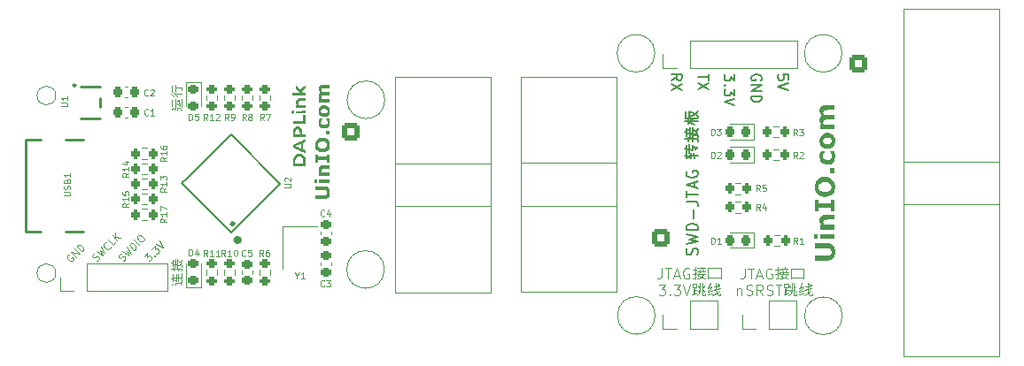
<source format=gto>
%TF.GenerationSoftware,KiCad,Pcbnew,(6.0.11)*%
%TF.CreationDate,2023-02-06T14:01:38+08:00*%
%TF.ProjectId,UINIO-DAP-Link,55494e49-4f2d-4444-9150-2d4c696e6b2e,Version 3.2.0*%
%TF.SameCoordinates,Original*%
%TF.FileFunction,Legend,Top*%
%TF.FilePolarity,Positive*%
%FSLAX46Y46*%
G04 Gerber Fmt 4.6, Leading zero omitted, Abs format (unit mm)*
G04 Created by KiCad (PCBNEW (6.0.11)) date 2023-02-06 14:01:38*
%MOMM*%
%LPD*%
G01*
G04 APERTURE LIST*
G04 Aperture macros list*
%AMRoundRect*
0 Rectangle with rounded corners*
0 $1 Rounding radius*
0 $2 $3 $4 $5 $6 $7 $8 $9 X,Y pos of 4 corners*
0 Add a 4 corners polygon primitive as box body*
4,1,4,$2,$3,$4,$5,$6,$7,$8,$9,$2,$3,0*
0 Add four circle primitives for the rounded corners*
1,1,$1+$1,$2,$3*
1,1,$1+$1,$4,$5*
1,1,$1+$1,$6,$7*
1,1,$1+$1,$8,$9*
0 Add four rect primitives between the rounded corners*
20,1,$1+$1,$2,$3,$4,$5,0*
20,1,$1+$1,$4,$5,$6,$7,0*
20,1,$1+$1,$6,$7,$8,$9,0*
20,1,$1+$1,$8,$9,$2,$3,0*%
%AMHorizOval*
0 Thick line with rounded ends*
0 $1 width*
0 $2 $3 position (X,Y) of the first rounded end (center of the circle)*
0 $4 $5 position (X,Y) of the second rounded end (center of the circle)*
0 Add line between two ends*
20,1,$1,$2,$3,$4,$5,0*
0 Add two circle primitives to create the rounded ends*
1,1,$1,$2,$3*
1,1,$1,$4,$5*%
G04 Aperture macros list end*
%ADD10C,0.200000*%
%ADD11C,0.100000*%
%ADD12C,0.150000*%
%ADD13C,0.120000*%
%ADD14C,0.300000*%
%ADD15C,0.400000*%
%ADD16C,0.254000*%
%ADD17HorizOval,0.270000X-0.434871X0.434871X0.434871X-0.434871X0*%
%ADD18HorizOval,0.270000X0.434871X0.434871X-0.434871X-0.434871X0*%
%ADD19RoundRect,0.200000X0.200000X0.275000X-0.200000X0.275000X-0.200000X-0.275000X0.200000X-0.275000X0*%
%ADD20R,1.700000X1.700000*%
%ADD21O,1.700000X1.700000*%
%ADD22C,1.200000*%
%ADD23RoundRect,0.250000X-0.600000X-0.600000X0.600000X-0.600000X0.600000X0.600000X-0.600000X0.600000X0*%
%ADD24C,1.700000*%
%ADD25RoundRect,0.218750X0.218750X0.256250X-0.218750X0.256250X-0.218750X-0.256250X0.218750X-0.256250X0*%
%ADD26RoundRect,0.225000X-0.250000X0.225000X-0.250000X-0.225000X0.250000X-0.225000X0.250000X0.225000X0*%
%ADD27RoundRect,0.200000X-0.275000X0.200000X-0.275000X-0.200000X0.275000X-0.200000X0.275000X0.200000X0*%
%ADD28RoundRect,0.225000X-0.225000X-0.250000X0.225000X-0.250000X0.225000X0.250000X-0.225000X0.250000X0*%
%ADD29RoundRect,0.200000X-0.200000X-0.275000X0.200000X-0.275000X0.200000X0.275000X-0.200000X0.275000X0*%
%ADD30C,2.200000*%
%ADD31R,1.200000X1.400000*%
%ADD32RoundRect,0.218750X0.256250X-0.218750X0.256250X0.218750X-0.256250X0.218750X-0.256250X-0.218750X0*%
%ADD33RoundRect,0.200000X0.275000X-0.200000X0.275000X0.200000X-0.275000X0.200000X-0.275000X-0.200000X0*%
%ADD34R,1.000000X0.600000*%
%ADD35RoundRect,0.218750X-0.256250X0.218750X-0.256250X-0.218750X0.256250X-0.218750X0.256250X0.218750X0*%
%ADD36RoundRect,0.225000X0.225000X0.250000X-0.225000X0.250000X-0.225000X-0.250000X0.225000X-0.250000X0*%
%ADD37RoundRect,0.250000X0.600000X0.600000X-0.600000X0.600000X-0.600000X-0.600000X0.600000X-0.600000X0*%
%ADD38C,0.650000*%
%ADD39O,2.100000X1.000000*%
%ADD40O,1.900000X1.000000*%
%ADD41R,1.150000X0.600000*%
%ADD42R,1.150000X0.300000*%
%ADD43RoundRect,0.225000X0.250000X-0.225000X0.250000X0.225000X-0.250000X0.225000X-0.250000X-0.225000X0*%
G04 APERTURE END LIST*
D10*
X172500000Y-97388095D02*
X172547619Y-97292857D01*
X172547619Y-97150000D01*
X172500000Y-97007142D01*
X172404761Y-96911904D01*
X172309523Y-96864285D01*
X172119047Y-96816666D01*
X171976190Y-96816666D01*
X171785714Y-96864285D01*
X171690476Y-96911904D01*
X171595238Y-97007142D01*
X171547619Y-97150000D01*
X171547619Y-97245238D01*
X171595238Y-97388095D01*
X171642857Y-97435714D01*
X171976190Y-97435714D01*
X171976190Y-97245238D01*
X171547619Y-97864285D02*
X172547619Y-97864285D01*
X171547619Y-98435714D01*
X172547619Y-98435714D01*
X171547619Y-98911904D02*
X172547619Y-98911904D01*
X172547619Y-99150000D01*
X172500000Y-99292857D01*
X172404761Y-99388095D01*
X172309523Y-99435714D01*
X172119047Y-99483333D01*
X171976190Y-99483333D01*
X171785714Y-99435714D01*
X171690476Y-99388095D01*
X171595238Y-99292857D01*
X171547619Y-99150000D01*
X171547619Y-98911904D01*
D11*
X162967142Y-115392380D02*
X162967142Y-116106666D01*
X162919523Y-116249523D01*
X162824285Y-116344761D01*
X162681428Y-116392380D01*
X162586190Y-116392380D01*
X163300476Y-115392380D02*
X163871904Y-115392380D01*
X163586190Y-116392380D02*
X163586190Y-115392380D01*
X164157619Y-116106666D02*
X164633809Y-116106666D01*
X164062380Y-116392380D02*
X164395714Y-115392380D01*
X164729047Y-116392380D01*
X165586190Y-115440000D02*
X165490952Y-115392380D01*
X165348095Y-115392380D01*
X165205238Y-115440000D01*
X165110000Y-115535238D01*
X165062380Y-115630476D01*
X165014761Y-115820952D01*
X165014761Y-115963809D01*
X165062380Y-116154285D01*
X165110000Y-116249523D01*
X165205238Y-116344761D01*
X165348095Y-116392380D01*
X165443333Y-116392380D01*
X165586190Y-116344761D01*
X165633809Y-116297142D01*
X165633809Y-115963809D01*
X165443333Y-115963809D01*
X166395714Y-115392380D02*
X167110000Y-115392380D01*
X165919523Y-115535238D02*
X166300476Y-115535238D01*
X166348095Y-115725714D02*
X167157619Y-115725714D01*
X166348095Y-115916190D02*
X167157619Y-115916190D01*
X165967142Y-116392380D02*
X166157619Y-116392380D01*
X166157619Y-115249523D02*
X166157619Y-116392380D01*
X166776666Y-115249523D02*
X166776666Y-115440000D01*
X166967142Y-115440000D02*
X166919523Y-115678095D01*
X166586190Y-115487619D02*
X166633809Y-115725714D01*
X166490952Y-116154285D01*
X167110000Y-116392380D01*
X166300476Y-115868571D02*
X165919523Y-115963809D01*
X166967142Y-115916190D02*
X166871904Y-116154285D01*
X166776666Y-116249523D01*
X166348095Y-116392380D01*
X167395714Y-116297142D02*
X168633809Y-116297142D01*
X167395714Y-115392380D02*
X167395714Y-116392380D01*
X167395714Y-115392380D02*
X168633809Y-115392380D01*
X168633809Y-116392380D01*
X170897142Y-115412380D02*
X170897142Y-116126666D01*
X170849523Y-116269523D01*
X170754285Y-116364761D01*
X170611428Y-116412380D01*
X170516190Y-116412380D01*
X171230476Y-115412380D02*
X171801904Y-115412380D01*
X171516190Y-116412380D02*
X171516190Y-115412380D01*
X172087619Y-116126666D02*
X172563809Y-116126666D01*
X171992380Y-116412380D02*
X172325714Y-115412380D01*
X172659047Y-116412380D01*
X173516190Y-115460000D02*
X173420952Y-115412380D01*
X173278095Y-115412380D01*
X173135238Y-115460000D01*
X173040000Y-115555238D01*
X172992380Y-115650476D01*
X172944761Y-115840952D01*
X172944761Y-115983809D01*
X172992380Y-116174285D01*
X173040000Y-116269523D01*
X173135238Y-116364761D01*
X173278095Y-116412380D01*
X173373333Y-116412380D01*
X173516190Y-116364761D01*
X173563809Y-116317142D01*
X173563809Y-115983809D01*
X173373333Y-115983809D01*
X174325714Y-115412380D02*
X175040000Y-115412380D01*
X173849523Y-115555238D02*
X174230476Y-115555238D01*
X174278095Y-115745714D02*
X175087619Y-115745714D01*
X174278095Y-115936190D02*
X175087619Y-115936190D01*
X173897142Y-116412380D02*
X174087619Y-116412380D01*
X174087619Y-115269523D02*
X174087619Y-116412380D01*
X174706666Y-115269523D02*
X174706666Y-115460000D01*
X174897142Y-115460000D02*
X174849523Y-115698095D01*
X174516190Y-115507619D02*
X174563809Y-115745714D01*
X174420952Y-116174285D01*
X175040000Y-116412380D01*
X174230476Y-115888571D02*
X173849523Y-115983809D01*
X174897142Y-115936190D02*
X174801904Y-116174285D01*
X174706666Y-116269523D01*
X174278095Y-116412380D01*
X175325714Y-116317142D02*
X176563809Y-116317142D01*
X175325714Y-115412380D02*
X175325714Y-116412380D01*
X175325714Y-115412380D02*
X176563809Y-115412380D01*
X176563809Y-116412380D01*
X162697619Y-116972380D02*
X163316666Y-116972380D01*
X162983333Y-117353333D01*
X163126190Y-117353333D01*
X163221428Y-117400952D01*
X163269047Y-117448571D01*
X163316666Y-117543809D01*
X163316666Y-117781904D01*
X163269047Y-117877142D01*
X163221428Y-117924761D01*
X163126190Y-117972380D01*
X162840476Y-117972380D01*
X162745238Y-117924761D01*
X162697619Y-117877142D01*
X163745238Y-117877142D02*
X163792857Y-117924761D01*
X163745238Y-117972380D01*
X163697619Y-117924761D01*
X163745238Y-117877142D01*
X163745238Y-117972380D01*
X164126190Y-116972380D02*
X164745238Y-116972380D01*
X164411904Y-117353333D01*
X164554761Y-117353333D01*
X164650000Y-117400952D01*
X164697619Y-117448571D01*
X164745238Y-117543809D01*
X164745238Y-117781904D01*
X164697619Y-117877142D01*
X164650000Y-117924761D01*
X164554761Y-117972380D01*
X164269047Y-117972380D01*
X164173809Y-117924761D01*
X164126190Y-117877142D01*
X165030952Y-116972380D02*
X165364285Y-117972380D01*
X165697619Y-116972380D01*
X165935714Y-117258095D02*
X166316666Y-117258095D01*
X166126190Y-117496190D02*
X166316666Y-117496190D01*
X166840476Y-117972380D02*
X167126190Y-117972380D01*
X165935714Y-116924761D02*
X165935714Y-117210476D01*
X165983333Y-117400952D02*
X165983333Y-117877142D01*
X166126190Y-117258095D02*
X166126190Y-117829523D01*
X165935714Y-116924761D02*
X166316666Y-116924761D01*
X166316666Y-117210476D01*
X166888095Y-116829523D02*
X166888095Y-117924761D01*
X167126190Y-117829523D02*
X167126190Y-117972380D01*
X166935714Y-117448571D02*
X167078571Y-117639047D01*
X166554761Y-117781904D02*
X166364285Y-117972380D01*
X166411904Y-117020000D02*
X166507142Y-117258095D01*
X167078571Y-117020000D02*
X166935714Y-117258095D01*
X166602380Y-117496190D02*
X166411904Y-117591428D01*
X166316666Y-117781904D02*
X165888095Y-117877142D01*
X166650000Y-116829523D02*
X166650000Y-117496190D01*
X166554761Y-117781904D01*
X168602380Y-117829523D02*
X168602380Y-117972380D01*
X167745238Y-117162857D02*
X167650000Y-117353333D01*
X167364285Y-117591428D01*
X168364285Y-117972380D02*
X168554761Y-117972380D01*
X168316666Y-116877142D02*
X168507142Y-116972380D01*
X167602380Y-116829523D02*
X167411904Y-117305714D01*
X168554761Y-117496190D02*
X168316666Y-117734285D01*
X167840476Y-117972380D01*
X168173809Y-117400952D02*
X168316666Y-117877142D01*
X167650000Y-117258095D02*
X167364285Y-117305714D01*
X167792857Y-117543809D02*
X167364285Y-117639047D01*
X167792857Y-117781904D02*
X167364285Y-117877142D01*
X168173809Y-116829523D02*
X168173809Y-117258095D01*
X168221428Y-117781904D01*
X168316666Y-117115238D02*
X167935714Y-117162857D01*
X168411904Y-117115238D02*
X168030952Y-117162857D01*
X168507142Y-117067619D02*
X168173809Y-117115238D01*
X168554761Y-117305714D02*
X167888095Y-117448571D01*
D10*
X175077619Y-97329523D02*
X175077619Y-96853333D01*
X174601428Y-96805714D01*
X174649047Y-96853333D01*
X174696666Y-96948571D01*
X174696666Y-97186666D01*
X174649047Y-97281904D01*
X174601428Y-97329523D01*
X174506190Y-97377142D01*
X174268095Y-97377142D01*
X174172857Y-97329523D01*
X174125238Y-97281904D01*
X174077619Y-97186666D01*
X174077619Y-96948571D01*
X174125238Y-96853333D01*
X174172857Y-96805714D01*
X175077619Y-97662857D02*
X174077619Y-97996190D01*
X175077619Y-98329523D01*
X169957619Y-96813809D02*
X169957619Y-97432857D01*
X169576666Y-97099523D01*
X169576666Y-97242380D01*
X169529047Y-97337619D01*
X169481428Y-97385238D01*
X169386190Y-97432857D01*
X169148095Y-97432857D01*
X169052857Y-97385238D01*
X169005238Y-97337619D01*
X168957619Y-97242380D01*
X168957619Y-96956666D01*
X169005238Y-96861428D01*
X169052857Y-96813809D01*
X169052857Y-97861428D02*
X169005238Y-97909047D01*
X168957619Y-97861428D01*
X169005238Y-97813809D01*
X169052857Y-97861428D01*
X168957619Y-97861428D01*
X169957619Y-98242380D02*
X169957619Y-98861428D01*
X169576666Y-98528095D01*
X169576666Y-98670952D01*
X169529047Y-98766190D01*
X169481428Y-98813809D01*
X169386190Y-98861428D01*
X169148095Y-98861428D01*
X169052857Y-98813809D01*
X169005238Y-98766190D01*
X168957619Y-98670952D01*
X168957619Y-98385238D01*
X169005238Y-98290000D01*
X169052857Y-98242380D01*
X169957619Y-99147142D02*
X168957619Y-99480476D01*
X169957619Y-99813809D01*
D11*
X170206190Y-117305714D02*
X170206190Y-117972380D01*
X170206190Y-117400952D02*
X170253809Y-117353333D01*
X170349047Y-117305714D01*
X170491904Y-117305714D01*
X170587142Y-117353333D01*
X170634761Y-117448571D01*
X170634761Y-117972380D01*
X171063333Y-117924761D02*
X171206190Y-117972380D01*
X171444285Y-117972380D01*
X171539523Y-117924761D01*
X171587142Y-117877142D01*
X171634761Y-117781904D01*
X171634761Y-117686666D01*
X171587142Y-117591428D01*
X171539523Y-117543809D01*
X171444285Y-117496190D01*
X171253809Y-117448571D01*
X171158571Y-117400952D01*
X171110952Y-117353333D01*
X171063333Y-117258095D01*
X171063333Y-117162857D01*
X171110952Y-117067619D01*
X171158571Y-117020000D01*
X171253809Y-116972380D01*
X171491904Y-116972380D01*
X171634761Y-117020000D01*
X172634761Y-117972380D02*
X172301428Y-117496190D01*
X172063333Y-117972380D02*
X172063333Y-116972380D01*
X172444285Y-116972380D01*
X172539523Y-117020000D01*
X172587142Y-117067619D01*
X172634761Y-117162857D01*
X172634761Y-117305714D01*
X172587142Y-117400952D01*
X172539523Y-117448571D01*
X172444285Y-117496190D01*
X172063333Y-117496190D01*
X173015714Y-117924761D02*
X173158571Y-117972380D01*
X173396666Y-117972380D01*
X173491904Y-117924761D01*
X173539523Y-117877142D01*
X173587142Y-117781904D01*
X173587142Y-117686666D01*
X173539523Y-117591428D01*
X173491904Y-117543809D01*
X173396666Y-117496190D01*
X173206190Y-117448571D01*
X173110952Y-117400952D01*
X173063333Y-117353333D01*
X173015714Y-117258095D01*
X173015714Y-117162857D01*
X173063333Y-117067619D01*
X173110952Y-117020000D01*
X173206190Y-116972380D01*
X173444285Y-116972380D01*
X173587142Y-117020000D01*
X173872857Y-116972380D02*
X174444285Y-116972380D01*
X174158571Y-117972380D02*
X174158571Y-116972380D01*
X174682380Y-117258095D02*
X175063333Y-117258095D01*
X174872857Y-117496190D02*
X175063333Y-117496190D01*
X175587142Y-117972380D02*
X175872857Y-117972380D01*
X174682380Y-116924761D02*
X174682380Y-117210476D01*
X174730000Y-117400952D02*
X174730000Y-117877142D01*
X174872857Y-117258095D02*
X174872857Y-117829523D01*
X174682380Y-116924761D02*
X175063333Y-116924761D01*
X175063333Y-117210476D01*
X175634761Y-116829523D02*
X175634761Y-117924761D01*
X175872857Y-117829523D02*
X175872857Y-117972380D01*
X175682380Y-117448571D02*
X175825238Y-117639047D01*
X175301428Y-117781904D02*
X175110952Y-117972380D01*
X175158571Y-117020000D02*
X175253809Y-117258095D01*
X175825238Y-117020000D02*
X175682380Y-117258095D01*
X175349047Y-117496190D02*
X175158571Y-117591428D01*
X175063333Y-117781904D02*
X174634761Y-117877142D01*
X175396666Y-116829523D02*
X175396666Y-117496190D01*
X175301428Y-117781904D01*
X177349047Y-117829523D02*
X177349047Y-117972380D01*
X176491904Y-117162857D02*
X176396666Y-117353333D01*
X176110952Y-117591428D01*
X177110952Y-117972380D02*
X177301428Y-117972380D01*
X177063333Y-116877142D02*
X177253809Y-116972380D01*
X176349047Y-116829523D02*
X176158571Y-117305714D01*
X177301428Y-117496190D02*
X177063333Y-117734285D01*
X176587142Y-117972380D01*
X176920476Y-117400952D02*
X177063333Y-117877142D01*
X176396666Y-117258095D02*
X176110952Y-117305714D01*
X176539523Y-117543809D02*
X176110952Y-117639047D01*
X176539523Y-117781904D02*
X176110952Y-117877142D01*
X176920476Y-116829523D02*
X176920476Y-117258095D01*
X176968095Y-117781904D01*
X177063333Y-117115238D02*
X176682380Y-117162857D01*
X177158571Y-117115238D02*
X176777619Y-117162857D01*
X177253809Y-117067619D02*
X176920476Y-117115238D01*
X177301428Y-117305714D02*
X176634761Y-117448571D01*
X106325389Y-114069636D02*
X106254678Y-114093206D01*
X106183967Y-114163917D01*
X106136827Y-114258198D01*
X106136827Y-114352478D01*
X106160397Y-114423189D01*
X106231108Y-114541040D01*
X106301818Y-114611751D01*
X106419669Y-114682462D01*
X106490380Y-114706032D01*
X106584661Y-114706032D01*
X106678942Y-114658891D01*
X106726082Y-114611751D01*
X106773223Y-114517470D01*
X106773223Y-114470330D01*
X106608231Y-114305338D01*
X106513950Y-114399619D01*
X107032495Y-114305338D02*
X106537521Y-113810363D01*
X107315338Y-114022495D01*
X106820363Y-113527521D01*
X107551040Y-113786793D02*
X107056066Y-113291818D01*
X107173917Y-113173967D01*
X107268198Y-113126827D01*
X107362478Y-113126827D01*
X107433189Y-113150397D01*
X107551040Y-113221108D01*
X107621751Y-113291818D01*
X107692462Y-113409669D01*
X107716032Y-113480380D01*
X107716032Y-113574661D01*
X107668891Y-113668942D01*
X107551040Y-113786793D01*
D10*
X167427619Y-96818095D02*
X167427619Y-97389523D01*
X166427619Y-97103809D02*
X167427619Y-97103809D01*
X167427619Y-97627619D02*
X166427619Y-98294285D01*
X167427619Y-98294285D02*
X166427619Y-97627619D01*
D11*
X113498265Y-114259619D02*
X113804678Y-113953206D01*
X113828248Y-114306759D01*
X113898959Y-114236049D01*
X113969669Y-114212478D01*
X114016810Y-114212478D01*
X114087521Y-114236049D01*
X114205372Y-114353900D01*
X114228942Y-114424610D01*
X114228942Y-114471751D01*
X114205372Y-114542462D01*
X114063950Y-114683883D01*
X113993240Y-114707453D01*
X113946099Y-114707453D01*
X114464644Y-114188908D02*
X114511785Y-114188908D01*
X114511785Y-114236049D01*
X114464644Y-114236049D01*
X114464644Y-114188908D01*
X114511785Y-114236049D01*
X114205372Y-113552512D02*
X114511785Y-113246099D01*
X114535355Y-113599653D01*
X114606066Y-113528942D01*
X114676776Y-113505372D01*
X114723917Y-113505372D01*
X114794627Y-113528942D01*
X114912478Y-113646793D01*
X114936049Y-113717504D01*
X114936049Y-113764644D01*
X114912478Y-113835355D01*
X114771057Y-113976776D01*
X114700346Y-114000346D01*
X114653206Y-114000346D01*
X114653206Y-113104678D02*
X115313172Y-113434661D01*
X114983189Y-112774695D01*
X111471471Y-114699221D02*
X111565752Y-114652081D01*
X111683603Y-114534230D01*
X111707174Y-114463519D01*
X111707174Y-114416379D01*
X111683603Y-114345668D01*
X111636463Y-114298528D01*
X111565752Y-114274957D01*
X111518612Y-114274957D01*
X111447901Y-114298528D01*
X111330050Y-114369238D01*
X111259339Y-114392809D01*
X111212199Y-114392809D01*
X111141488Y-114369238D01*
X111094348Y-114322098D01*
X111070778Y-114251387D01*
X111070778Y-114204247D01*
X111094348Y-114133536D01*
X111212199Y-114015685D01*
X111306480Y-113968544D01*
X111447901Y-113779983D02*
X112060727Y-114157106D01*
X111801455Y-113709272D01*
X112249289Y-113968544D01*
X111872165Y-113355719D01*
X112555702Y-113662132D02*
X112060727Y-113167157D01*
X112178578Y-113049306D01*
X112272859Y-113002165D01*
X112367140Y-113002165D01*
X112437851Y-113025735D01*
X112555702Y-113096446D01*
X112626412Y-113167157D01*
X112697123Y-113285008D01*
X112720693Y-113355719D01*
X112720693Y-113450000D01*
X112673553Y-113544280D01*
X112555702Y-113662132D01*
X113050677Y-113167157D02*
X112555702Y-112672182D01*
X112885685Y-112342199D02*
X112979966Y-112247918D01*
X113050677Y-112224348D01*
X113144957Y-112224348D01*
X113262809Y-112295058D01*
X113427800Y-112460050D01*
X113498511Y-112577901D01*
X113498511Y-112672182D01*
X113474941Y-112742893D01*
X113380660Y-112837174D01*
X113309949Y-112860744D01*
X113215668Y-112860744D01*
X113097817Y-112790033D01*
X112932825Y-112625042D01*
X112862115Y-112507190D01*
X112862115Y-112412910D01*
X112885685Y-112342199D01*
D10*
X163907619Y-97383333D02*
X164383809Y-97050000D01*
X163907619Y-96811904D02*
X164907619Y-96811904D01*
X164907619Y-97192857D01*
X164860000Y-97288095D01*
X164812380Y-97335714D01*
X164717142Y-97383333D01*
X164574285Y-97383333D01*
X164479047Y-97335714D01*
X164431428Y-97288095D01*
X164383809Y-97192857D01*
X164383809Y-96811904D01*
X164907619Y-97716666D02*
X163907619Y-98383333D01*
X164907619Y-98383333D02*
X163907619Y-97716666D01*
D12*
X166375238Y-114108095D02*
X166427619Y-113950952D01*
X166427619Y-113689047D01*
X166375238Y-113584285D01*
X166322857Y-113531904D01*
X166218095Y-113479523D01*
X166113333Y-113479523D01*
X166008571Y-113531904D01*
X165956190Y-113584285D01*
X165903809Y-113689047D01*
X165851428Y-113898571D01*
X165799047Y-114003333D01*
X165746666Y-114055714D01*
X165641904Y-114108095D01*
X165537142Y-114108095D01*
X165432380Y-114055714D01*
X165380000Y-114003333D01*
X165327619Y-113898571D01*
X165327619Y-113636666D01*
X165380000Y-113479523D01*
X165327619Y-113112857D02*
X166427619Y-112850952D01*
X165641904Y-112641428D01*
X166427619Y-112431904D01*
X165327619Y-112170000D01*
X166427619Y-111750952D02*
X165327619Y-111750952D01*
X165327619Y-111489047D01*
X165380000Y-111331904D01*
X165484761Y-111227142D01*
X165589523Y-111174761D01*
X165799047Y-111122380D01*
X165956190Y-111122380D01*
X166165714Y-111174761D01*
X166270476Y-111227142D01*
X166375238Y-111331904D01*
X166427619Y-111489047D01*
X166427619Y-111750952D01*
X166008571Y-110650952D02*
X166008571Y-109812857D01*
X165327619Y-108974761D02*
X166113333Y-108974761D01*
X166270476Y-109027142D01*
X166375238Y-109131904D01*
X166427619Y-109289047D01*
X166427619Y-109393809D01*
X165327619Y-108608095D02*
X165327619Y-107979523D01*
X166427619Y-108293809D02*
X165327619Y-108293809D01*
X166113333Y-107665238D02*
X166113333Y-107141428D01*
X166427619Y-107770000D02*
X165327619Y-107403333D01*
X166427619Y-107036666D01*
X165380000Y-106093809D02*
X165327619Y-106198571D01*
X165327619Y-106355714D01*
X165380000Y-106512857D01*
X165484761Y-106617619D01*
X165589523Y-106670000D01*
X165799047Y-106722380D01*
X165956190Y-106722380D01*
X166165714Y-106670000D01*
X166270476Y-106617619D01*
X166375238Y-106512857D01*
X166427619Y-106355714D01*
X166427619Y-106250952D01*
X166375238Y-106093809D01*
X166322857Y-106041428D01*
X165956190Y-106041428D01*
X165956190Y-106250952D01*
X165380000Y-104889047D02*
X165380000Y-104365238D01*
X165380000Y-104260476D02*
X165380000Y-103579523D01*
X165641904Y-104312857D02*
X165641904Y-103527142D01*
X165799047Y-104836666D02*
X165799047Y-104365238D01*
X165589523Y-104574761D02*
X166427619Y-104574761D01*
X166270476Y-103893809D02*
X166427619Y-103736666D01*
X166165714Y-104050952D02*
X166270476Y-103841428D01*
X165903809Y-104103333D02*
X165903809Y-103631904D01*
X166060952Y-103736666D01*
X166270476Y-103893809D01*
X165170476Y-104627142D02*
X165799047Y-104836666D01*
X165170476Y-103893809D02*
X165903809Y-104103333D01*
X166060952Y-104312857D02*
X166113333Y-104889047D01*
X165327619Y-102741428D02*
X165327619Y-101955714D01*
X165484761Y-103265238D02*
X165484761Y-102846190D01*
X165694285Y-102793809D02*
X165694285Y-101903333D01*
X165903809Y-102793809D02*
X165903809Y-101903333D01*
X166427619Y-103212857D02*
X166427619Y-103003333D01*
X165170476Y-103003333D02*
X166427619Y-103003333D01*
X165170476Y-102322380D02*
X165380000Y-102322380D01*
X165380000Y-102112857D02*
X165641904Y-102165238D01*
X165432380Y-102531904D02*
X165694285Y-102479523D01*
X166165714Y-102636666D01*
X166427619Y-101955714D01*
X165851428Y-102846190D02*
X165956190Y-103265238D01*
X165903809Y-102112857D02*
X166165714Y-102217619D01*
X166270476Y-102322380D01*
X166427619Y-102793809D01*
X165275238Y-101012857D02*
X165275238Y-100331904D01*
X165484761Y-101589047D02*
X165484761Y-101117619D01*
X165170476Y-101327142D02*
X166427619Y-101327142D01*
X165694285Y-101327142D02*
X165903809Y-101117619D01*
X165641904Y-100908095D02*
X166113333Y-100698571D01*
X166322857Y-100436666D01*
X166427619Y-100279523D01*
X165537142Y-101379523D02*
X166113333Y-101641428D01*
X165641904Y-101012857D02*
X165641904Y-100331904D01*
X166060952Y-100541428D01*
X166322857Y-100750952D01*
X166427619Y-100960476D01*
X165275238Y-101012857D02*
X165903809Y-101012857D01*
X166322857Y-101065238D01*
D11*
X108960761Y-114689932D02*
X109055042Y-114642792D01*
X109172893Y-114524941D01*
X109196463Y-114454230D01*
X109196463Y-114407089D01*
X109172893Y-114336379D01*
X109125752Y-114289238D01*
X109055042Y-114265668D01*
X109007901Y-114265668D01*
X108937190Y-114289238D01*
X108819339Y-114359949D01*
X108748629Y-114383519D01*
X108701488Y-114383519D01*
X108630778Y-114359949D01*
X108583637Y-114312809D01*
X108560067Y-114242098D01*
X108560067Y-114194957D01*
X108583637Y-114124247D01*
X108701488Y-114006396D01*
X108795769Y-113959255D01*
X108937190Y-113770693D02*
X109550016Y-114147817D01*
X109290744Y-113699983D01*
X109738578Y-113959255D01*
X109361455Y-113346429D01*
X110280693Y-113322859D02*
X110280693Y-113370000D01*
X110233553Y-113464280D01*
X110186412Y-113511421D01*
X110092132Y-113558561D01*
X109997851Y-113558561D01*
X109927140Y-113534991D01*
X109809289Y-113464280D01*
X109738578Y-113393570D01*
X109667867Y-113275719D01*
X109644297Y-113205008D01*
X109644297Y-113110727D01*
X109691438Y-113016446D01*
X109738578Y-112969306D01*
X109832859Y-112922165D01*
X109879999Y-112922165D01*
X110775668Y-112922165D02*
X110539966Y-113157867D01*
X110044991Y-112662893D01*
X110940660Y-112757174D02*
X110445685Y-112262199D01*
X111223502Y-112474331D02*
X110728528Y-112403620D01*
X110728528Y-111979356D02*
X110728528Y-112545042D01*
D13*
X116217142Y-116640000D02*
X116217142Y-115954285D01*
X116560000Y-116597142D02*
X116560000Y-115954285D01*
X116774285Y-116640000D02*
X116774285Y-115911428D01*
X117117142Y-116597142D02*
X117117142Y-115868571D01*
X116345714Y-116254285D02*
X117031428Y-116254285D01*
X116131428Y-116940000D02*
X116302857Y-116768571D01*
X116517142Y-116982857D02*
X116517142Y-116768571D01*
X116945714Y-116768571D01*
X117117142Y-116982857D01*
X116088571Y-116382857D02*
X116517142Y-116554285D01*
X116988571Y-116811428D02*
X117074285Y-116597142D01*
X117117142Y-116340000D01*
X116217142Y-115225714D02*
X116217142Y-114582857D01*
X116345714Y-115654285D02*
X116345714Y-115311428D01*
X116517142Y-115268571D02*
X116517142Y-114540000D01*
X116688571Y-115268571D02*
X116688571Y-114540000D01*
X117117142Y-115611428D02*
X117117142Y-115440000D01*
X116088571Y-115440000D02*
X117117142Y-115440000D01*
X116088571Y-114882857D02*
X116260000Y-114882857D01*
X116260000Y-114711428D02*
X116474285Y-114754285D01*
X116302857Y-115054285D02*
X116517142Y-115011428D01*
X116902857Y-115140000D01*
X117117142Y-114582857D01*
X116645714Y-115311428D02*
X116731428Y-115654285D01*
X116688571Y-114711428D02*
X116902857Y-114797142D01*
X116988571Y-114882857D01*
X117117142Y-115268571D01*
X116174285Y-99854285D02*
X116174285Y-99254285D01*
X116474285Y-99940000D02*
X116474285Y-99168571D01*
X117117142Y-99854285D02*
X117117142Y-99168571D01*
X116902857Y-99897142D02*
X116902857Y-99682857D01*
X116860000Y-99554285D01*
X116860000Y-99425714D01*
X116817142Y-99254285D01*
X116945714Y-99211428D01*
X116645714Y-99425714D02*
X116774285Y-99254285D01*
X116645714Y-100282857D02*
X116645714Y-100068571D01*
X116945714Y-100068571D01*
X117117142Y-100282857D01*
X116131428Y-100197142D02*
X116217142Y-100025714D01*
X116388571Y-100240000D02*
X116474285Y-100068571D01*
X116474285Y-99640000D02*
X116902857Y-99811428D01*
X117074285Y-99982857D02*
X117117142Y-99640000D01*
X116174285Y-98482857D02*
X116174285Y-97882857D01*
X116474285Y-98525714D02*
X116474285Y-97840000D01*
X117117142Y-98311428D02*
X117117142Y-98054285D01*
X116474285Y-98697142D02*
X117117142Y-98697142D01*
X116474285Y-98054285D02*
X117117142Y-98054285D01*
X116088571Y-98697142D02*
X116345714Y-98911428D01*
X116345714Y-98611428D02*
X116688571Y-98954285D01*
D14*
%TO.C,*%
D11*
%TO.C,U2*%
X126941428Y-107672142D02*
X127427142Y-107672142D01*
X127484285Y-107643571D01*
X127512857Y-107615000D01*
X127541428Y-107557857D01*
X127541428Y-107443571D01*
X127512857Y-107386428D01*
X127484285Y-107357857D01*
X127427142Y-107329285D01*
X126941428Y-107329285D01*
X126998571Y-107072142D02*
X126970000Y-107043571D01*
X126941428Y-106986428D01*
X126941428Y-106843571D01*
X126970000Y-106786428D01*
X126998571Y-106757857D01*
X127055714Y-106729285D01*
X127112857Y-106729285D01*
X127198571Y-106757857D01*
X127541428Y-107100714D01*
X127541428Y-106729285D01*
D14*
%TO.C,*%
D11*
%TO.C,R17*%
X115651428Y-110635714D02*
X115365714Y-110835714D01*
X115651428Y-110978571D02*
X115051428Y-110978571D01*
X115051428Y-110750000D01*
X115080000Y-110692857D01*
X115108571Y-110664285D01*
X115165714Y-110635714D01*
X115251428Y-110635714D01*
X115308571Y-110664285D01*
X115337142Y-110692857D01*
X115365714Y-110750000D01*
X115365714Y-110978571D01*
X115651428Y-110064285D02*
X115651428Y-110407142D01*
X115651428Y-110235714D02*
X115051428Y-110235714D01*
X115137142Y-110292857D01*
X115194285Y-110350000D01*
X115222857Y-110407142D01*
X115051428Y-109864285D02*
X115051428Y-109464285D01*
X115651428Y-109721428D01*
%TO.C,R16*%
X115661428Y-104785714D02*
X115375714Y-104985714D01*
X115661428Y-105128571D02*
X115061428Y-105128571D01*
X115061428Y-104900000D01*
X115090000Y-104842857D01*
X115118571Y-104814285D01*
X115175714Y-104785714D01*
X115261428Y-104785714D01*
X115318571Y-104814285D01*
X115347142Y-104842857D01*
X115375714Y-104900000D01*
X115375714Y-105128571D01*
X115661428Y-104214285D02*
X115661428Y-104557142D01*
X115661428Y-104385714D02*
X115061428Y-104385714D01*
X115147142Y-104442857D01*
X115204285Y-104500000D01*
X115232857Y-104557142D01*
X115061428Y-103700000D02*
X115061428Y-103814285D01*
X115090000Y-103871428D01*
X115118571Y-103900000D01*
X115204285Y-103957142D01*
X115318571Y-103985714D01*
X115547142Y-103985714D01*
X115604285Y-103957142D01*
X115632857Y-103928571D01*
X115661428Y-103871428D01*
X115661428Y-103757142D01*
X115632857Y-103700000D01*
X115604285Y-103671428D01*
X115547142Y-103642857D01*
X115404285Y-103642857D01*
X115347142Y-103671428D01*
X115318571Y-103700000D01*
X115290000Y-103757142D01*
X115290000Y-103871428D01*
X115318571Y-103928571D01*
X115347142Y-103957142D01*
X115404285Y-103985714D01*
D14*
%TO.C,*%
D11*
%TO.C,D1*%
X167707142Y-113051428D02*
X167707142Y-112451428D01*
X167850000Y-112451428D01*
X167935714Y-112480000D01*
X167992857Y-112537142D01*
X168021428Y-112594285D01*
X168050000Y-112708571D01*
X168050000Y-112794285D01*
X168021428Y-112908571D01*
X167992857Y-112965714D01*
X167935714Y-113022857D01*
X167850000Y-113051428D01*
X167707142Y-113051428D01*
X168621428Y-113051428D02*
X168278571Y-113051428D01*
X168450000Y-113051428D02*
X168450000Y-112451428D01*
X168392857Y-112537142D01*
X168335714Y-112594285D01*
X168278571Y-112622857D01*
%TO.C,C3*%
X130720000Y-117094285D02*
X130691428Y-117122857D01*
X130605714Y-117151428D01*
X130548571Y-117151428D01*
X130462857Y-117122857D01*
X130405714Y-117065714D01*
X130377142Y-117008571D01*
X130348571Y-116894285D01*
X130348571Y-116808571D01*
X130377142Y-116694285D01*
X130405714Y-116637142D01*
X130462857Y-116580000D01*
X130548571Y-116551428D01*
X130605714Y-116551428D01*
X130691428Y-116580000D01*
X130720000Y-116608571D01*
X130920000Y-116551428D02*
X131291428Y-116551428D01*
X131091428Y-116780000D01*
X131177142Y-116780000D01*
X131234285Y-116808571D01*
X131262857Y-116837142D01*
X131291428Y-116894285D01*
X131291428Y-117037142D01*
X131262857Y-117094285D01*
X131234285Y-117122857D01*
X131177142Y-117151428D01*
X131005714Y-117151428D01*
X130948571Y-117122857D01*
X130920000Y-117094285D01*
%TO.C,R11*%
X119584285Y-114231428D02*
X119384285Y-113945714D01*
X119241428Y-114231428D02*
X119241428Y-113631428D01*
X119470000Y-113631428D01*
X119527142Y-113660000D01*
X119555714Y-113688571D01*
X119584285Y-113745714D01*
X119584285Y-113831428D01*
X119555714Y-113888571D01*
X119527142Y-113917142D01*
X119470000Y-113945714D01*
X119241428Y-113945714D01*
X120155714Y-114231428D02*
X119812857Y-114231428D01*
X119984285Y-114231428D02*
X119984285Y-113631428D01*
X119927142Y-113717142D01*
X119870000Y-113774285D01*
X119812857Y-113802857D01*
X120727142Y-114231428D02*
X120384285Y-114231428D01*
X120555714Y-114231428D02*
X120555714Y-113631428D01*
X120498571Y-113717142D01*
X120441428Y-113774285D01*
X120384285Y-113802857D01*
%TO.C,C2*%
X113880000Y-98828285D02*
X113851428Y-98856857D01*
X113765714Y-98885428D01*
X113708571Y-98885428D01*
X113622857Y-98856857D01*
X113565714Y-98799714D01*
X113537142Y-98742571D01*
X113508571Y-98628285D01*
X113508571Y-98542571D01*
X113537142Y-98428285D01*
X113565714Y-98371142D01*
X113622857Y-98314000D01*
X113708571Y-98285428D01*
X113765714Y-98285428D01*
X113851428Y-98314000D01*
X113880000Y-98342571D01*
X114108571Y-98342571D02*
X114137142Y-98314000D01*
X114194285Y-98285428D01*
X114337142Y-98285428D01*
X114394285Y-98314000D01*
X114422857Y-98342571D01*
X114451428Y-98399714D01*
X114451428Y-98456857D01*
X114422857Y-98542571D01*
X114080000Y-98885428D01*
X114451428Y-98885428D01*
%TO.C,R2*%
X175930000Y-104851428D02*
X175730000Y-104565714D01*
X175587142Y-104851428D02*
X175587142Y-104251428D01*
X175815714Y-104251428D01*
X175872857Y-104280000D01*
X175901428Y-104308571D01*
X175930000Y-104365714D01*
X175930000Y-104451428D01*
X175901428Y-104508571D01*
X175872857Y-104537142D01*
X175815714Y-104565714D01*
X175587142Y-104565714D01*
X176158571Y-104308571D02*
X176187142Y-104280000D01*
X176244285Y-104251428D01*
X176387142Y-104251428D01*
X176444285Y-104280000D01*
X176472857Y-104308571D01*
X176501428Y-104365714D01*
X176501428Y-104422857D01*
X176472857Y-104508571D01*
X176130000Y-104851428D01*
X176501428Y-104851428D01*
%TO.C,D3*%
X167707142Y-102641428D02*
X167707142Y-102041428D01*
X167850000Y-102041428D01*
X167935714Y-102070000D01*
X167992857Y-102127142D01*
X168021428Y-102184285D01*
X168050000Y-102298571D01*
X168050000Y-102384285D01*
X168021428Y-102498571D01*
X167992857Y-102555714D01*
X167935714Y-102612857D01*
X167850000Y-102641428D01*
X167707142Y-102641428D01*
X168250000Y-102041428D02*
X168621428Y-102041428D01*
X168421428Y-102270000D01*
X168507142Y-102270000D01*
X168564285Y-102298571D01*
X168592857Y-102327142D01*
X168621428Y-102384285D01*
X168621428Y-102527142D01*
X168592857Y-102584285D01*
X168564285Y-102612857D01*
X168507142Y-102641428D01*
X168335714Y-102641428D01*
X168278571Y-102612857D01*
X168250000Y-102584285D01*
%TO.C,C5*%
X123198750Y-114174285D02*
X123170178Y-114202857D01*
X123084464Y-114231428D01*
X123027321Y-114231428D01*
X122941607Y-114202857D01*
X122884464Y-114145714D01*
X122855892Y-114088571D01*
X122827321Y-113974285D01*
X122827321Y-113888571D01*
X122855892Y-113774285D01*
X122884464Y-113717142D01*
X122941607Y-113660000D01*
X123027321Y-113631428D01*
X123084464Y-113631428D01*
X123170178Y-113660000D01*
X123198750Y-113688571D01*
X123741607Y-113631428D02*
X123455892Y-113631428D01*
X123427321Y-113917142D01*
X123455892Y-113888571D01*
X123513035Y-113860000D01*
X123655892Y-113860000D01*
X123713035Y-113888571D01*
X123741607Y-113917142D01*
X123770178Y-113974285D01*
X123770178Y-114117142D01*
X123741607Y-114174285D01*
X123713035Y-114202857D01*
X123655892Y-114231428D01*
X123513035Y-114231428D01*
X123455892Y-114202857D01*
X123427321Y-114174285D01*
%TO.C,Y1*%
X128124285Y-116085714D02*
X128124285Y-116371428D01*
X127924285Y-115771428D02*
X128124285Y-116085714D01*
X128324285Y-115771428D01*
X128838571Y-116371428D02*
X128495714Y-116371428D01*
X128667142Y-116371428D02*
X128667142Y-115771428D01*
X128610000Y-115857142D01*
X128552857Y-115914285D01*
X128495714Y-115942857D01*
%TO.C,D4*%
X117797142Y-114191428D02*
X117797142Y-113591428D01*
X117940000Y-113591428D01*
X118025714Y-113620000D01*
X118082857Y-113677142D01*
X118111428Y-113734285D01*
X118140000Y-113848571D01*
X118140000Y-113934285D01*
X118111428Y-114048571D01*
X118082857Y-114105714D01*
X118025714Y-114162857D01*
X117940000Y-114191428D01*
X117797142Y-114191428D01*
X118654285Y-113791428D02*
X118654285Y-114191428D01*
X118511428Y-113562857D02*
X118368571Y-113991428D01*
X118740000Y-113991428D01*
%TO.C,R3*%
X175930000Y-102681428D02*
X175730000Y-102395714D01*
X175587142Y-102681428D02*
X175587142Y-102081428D01*
X175815714Y-102081428D01*
X175872857Y-102110000D01*
X175901428Y-102138571D01*
X175930000Y-102195714D01*
X175930000Y-102281428D01*
X175901428Y-102338571D01*
X175872857Y-102367142D01*
X175815714Y-102395714D01*
X175587142Y-102395714D01*
X176130000Y-102081428D02*
X176501428Y-102081428D01*
X176301428Y-102310000D01*
X176387142Y-102310000D01*
X176444285Y-102338571D01*
X176472857Y-102367142D01*
X176501428Y-102424285D01*
X176501428Y-102567142D01*
X176472857Y-102624285D01*
X176444285Y-102652857D01*
X176387142Y-102681428D01*
X176215714Y-102681428D01*
X176158571Y-102652857D01*
X176130000Y-102624285D01*
%TO.C,R12*%
X119564285Y-101211428D02*
X119364285Y-100925714D01*
X119221428Y-101211428D02*
X119221428Y-100611428D01*
X119450000Y-100611428D01*
X119507142Y-100640000D01*
X119535714Y-100668571D01*
X119564285Y-100725714D01*
X119564285Y-100811428D01*
X119535714Y-100868571D01*
X119507142Y-100897142D01*
X119450000Y-100925714D01*
X119221428Y-100925714D01*
X120135714Y-101211428D02*
X119792857Y-101211428D01*
X119964285Y-101211428D02*
X119964285Y-100611428D01*
X119907142Y-100697142D01*
X119850000Y-100754285D01*
X119792857Y-100782857D01*
X120364285Y-100668571D02*
X120392857Y-100640000D01*
X120450000Y-100611428D01*
X120592857Y-100611428D01*
X120650000Y-100640000D01*
X120678571Y-100668571D01*
X120707142Y-100725714D01*
X120707142Y-100782857D01*
X120678571Y-100868571D01*
X120335714Y-101211428D01*
X120707142Y-101211428D01*
%TO.C,U1*%
X105601428Y-99886142D02*
X106087142Y-99886142D01*
X106144285Y-99857571D01*
X106172857Y-99829000D01*
X106201428Y-99771857D01*
X106201428Y-99657571D01*
X106172857Y-99600428D01*
X106144285Y-99571857D01*
X106087142Y-99543285D01*
X105601428Y-99543285D01*
X106201428Y-98943285D02*
X106201428Y-99286142D01*
X106201428Y-99114714D02*
X105601428Y-99114714D01*
X105687142Y-99171857D01*
X105744285Y-99229000D01*
X105772857Y-99286142D01*
%TO.C,D5*%
X117797142Y-101201428D02*
X117797142Y-100601428D01*
X117940000Y-100601428D01*
X118025714Y-100630000D01*
X118082857Y-100687142D01*
X118111428Y-100744285D01*
X118140000Y-100858571D01*
X118140000Y-100944285D01*
X118111428Y-101058571D01*
X118082857Y-101115714D01*
X118025714Y-101172857D01*
X117940000Y-101201428D01*
X117797142Y-101201428D01*
X118682857Y-100601428D02*
X118397142Y-100601428D01*
X118368571Y-100887142D01*
X118397142Y-100858571D01*
X118454285Y-100830000D01*
X118597142Y-100830000D01*
X118654285Y-100858571D01*
X118682857Y-100887142D01*
X118711428Y-100944285D01*
X118711428Y-101087142D01*
X118682857Y-101144285D01*
X118654285Y-101172857D01*
X118597142Y-101201428D01*
X118454285Y-101201428D01*
X118397142Y-101172857D01*
X118368571Y-101144285D01*
%TO.C,C1*%
X113890000Y-100698285D02*
X113861428Y-100726857D01*
X113775714Y-100755428D01*
X113718571Y-100755428D01*
X113632857Y-100726857D01*
X113575714Y-100669714D01*
X113547142Y-100612571D01*
X113518571Y-100498285D01*
X113518571Y-100412571D01*
X113547142Y-100298285D01*
X113575714Y-100241142D01*
X113632857Y-100184000D01*
X113718571Y-100155428D01*
X113775714Y-100155428D01*
X113861428Y-100184000D01*
X113890000Y-100212571D01*
X114461428Y-100755428D02*
X114118571Y-100755428D01*
X114290000Y-100755428D02*
X114290000Y-100155428D01*
X114232857Y-100241142D01*
X114175714Y-100298285D01*
X114118571Y-100326857D01*
%TO.C,R6*%
X124905000Y-114231428D02*
X124705000Y-113945714D01*
X124562142Y-114231428D02*
X124562142Y-113631428D01*
X124790714Y-113631428D01*
X124847857Y-113660000D01*
X124876428Y-113688571D01*
X124905000Y-113745714D01*
X124905000Y-113831428D01*
X124876428Y-113888571D01*
X124847857Y-113917142D01*
X124790714Y-113945714D01*
X124562142Y-113945714D01*
X125419285Y-113631428D02*
X125305000Y-113631428D01*
X125247857Y-113660000D01*
X125219285Y-113688571D01*
X125162142Y-113774285D01*
X125133571Y-113888571D01*
X125133571Y-114117142D01*
X125162142Y-114174285D01*
X125190714Y-114202857D01*
X125247857Y-114231428D01*
X125362142Y-114231428D01*
X125419285Y-114202857D01*
X125447857Y-114174285D01*
X125476428Y-114117142D01*
X125476428Y-113974285D01*
X125447857Y-113917142D01*
X125419285Y-113888571D01*
X125362142Y-113860000D01*
X125247857Y-113860000D01*
X125190714Y-113888571D01*
X125162142Y-113917142D01*
X125133571Y-113974285D01*
%TO.C,USB1*%
X105851428Y-108443571D02*
X106337142Y-108443571D01*
X106394285Y-108415000D01*
X106422857Y-108386428D01*
X106451428Y-108329285D01*
X106451428Y-108215000D01*
X106422857Y-108157857D01*
X106394285Y-108129285D01*
X106337142Y-108100714D01*
X105851428Y-108100714D01*
X106422857Y-107843571D02*
X106451428Y-107757857D01*
X106451428Y-107615000D01*
X106422857Y-107557857D01*
X106394285Y-107529285D01*
X106337142Y-107500714D01*
X106280000Y-107500714D01*
X106222857Y-107529285D01*
X106194285Y-107557857D01*
X106165714Y-107615000D01*
X106137142Y-107729285D01*
X106108571Y-107786428D01*
X106080000Y-107815000D01*
X106022857Y-107843571D01*
X105965714Y-107843571D01*
X105908571Y-107815000D01*
X105880000Y-107786428D01*
X105851428Y-107729285D01*
X105851428Y-107586428D01*
X105880000Y-107500714D01*
X106137142Y-107043571D02*
X106165714Y-106957857D01*
X106194285Y-106929285D01*
X106251428Y-106900714D01*
X106337142Y-106900714D01*
X106394285Y-106929285D01*
X106422857Y-106957857D01*
X106451428Y-107015000D01*
X106451428Y-107243571D01*
X105851428Y-107243571D01*
X105851428Y-107043571D01*
X105880000Y-106986428D01*
X105908571Y-106957857D01*
X105965714Y-106929285D01*
X106022857Y-106929285D01*
X106080000Y-106957857D01*
X106108571Y-106986428D01*
X106137142Y-107043571D01*
X106137142Y-107243571D01*
X106451428Y-106329285D02*
X106451428Y-106672142D01*
X106451428Y-106500714D02*
X105851428Y-106500714D01*
X105937142Y-106557857D01*
X105994285Y-106615000D01*
X106022857Y-106672142D01*
%TO.C,R5*%
X172370000Y-108031428D02*
X172170000Y-107745714D01*
X172027142Y-108031428D02*
X172027142Y-107431428D01*
X172255714Y-107431428D01*
X172312857Y-107460000D01*
X172341428Y-107488571D01*
X172370000Y-107545714D01*
X172370000Y-107631428D01*
X172341428Y-107688571D01*
X172312857Y-107717142D01*
X172255714Y-107745714D01*
X172027142Y-107745714D01*
X172912857Y-107431428D02*
X172627142Y-107431428D01*
X172598571Y-107717142D01*
X172627142Y-107688571D01*
X172684285Y-107660000D01*
X172827142Y-107660000D01*
X172884285Y-107688571D01*
X172912857Y-107717142D01*
X172941428Y-107774285D01*
X172941428Y-107917142D01*
X172912857Y-107974285D01*
X172884285Y-108002857D01*
X172827142Y-108031428D01*
X172684285Y-108031428D01*
X172627142Y-108002857D01*
X172598571Y-107974285D01*
%TO.C,R15*%
X112041428Y-109175714D02*
X111755714Y-109375714D01*
X112041428Y-109518571D02*
X111441428Y-109518571D01*
X111441428Y-109290000D01*
X111470000Y-109232857D01*
X111498571Y-109204285D01*
X111555714Y-109175714D01*
X111641428Y-109175714D01*
X111698571Y-109204285D01*
X111727142Y-109232857D01*
X111755714Y-109290000D01*
X111755714Y-109518571D01*
X112041428Y-108604285D02*
X112041428Y-108947142D01*
X112041428Y-108775714D02*
X111441428Y-108775714D01*
X111527142Y-108832857D01*
X111584285Y-108890000D01*
X111612857Y-108947142D01*
X111441428Y-108061428D02*
X111441428Y-108347142D01*
X111727142Y-108375714D01*
X111698571Y-108347142D01*
X111670000Y-108290000D01*
X111670000Y-108147142D01*
X111698571Y-108090000D01*
X111727142Y-108061428D01*
X111784285Y-108032857D01*
X111927142Y-108032857D01*
X111984285Y-108061428D01*
X112012857Y-108090000D01*
X112041428Y-108147142D01*
X112041428Y-108290000D01*
X112012857Y-108347142D01*
X111984285Y-108375714D01*
%TO.C,R13*%
X115651428Y-107695714D02*
X115365714Y-107895714D01*
X115651428Y-108038571D02*
X115051428Y-108038571D01*
X115051428Y-107810000D01*
X115080000Y-107752857D01*
X115108571Y-107724285D01*
X115165714Y-107695714D01*
X115251428Y-107695714D01*
X115308571Y-107724285D01*
X115337142Y-107752857D01*
X115365714Y-107810000D01*
X115365714Y-108038571D01*
X115651428Y-107124285D02*
X115651428Y-107467142D01*
X115651428Y-107295714D02*
X115051428Y-107295714D01*
X115137142Y-107352857D01*
X115194285Y-107410000D01*
X115222857Y-107467142D01*
X115051428Y-106924285D02*
X115051428Y-106552857D01*
X115280000Y-106752857D01*
X115280000Y-106667142D01*
X115308571Y-106610000D01*
X115337142Y-106581428D01*
X115394285Y-106552857D01*
X115537142Y-106552857D01*
X115594285Y-106581428D01*
X115622857Y-106610000D01*
X115651428Y-106667142D01*
X115651428Y-106838571D01*
X115622857Y-106895714D01*
X115594285Y-106924285D01*
%TO.C,R7*%
X124950000Y-101211428D02*
X124750000Y-100925714D01*
X124607142Y-101211428D02*
X124607142Y-100611428D01*
X124835714Y-100611428D01*
X124892857Y-100640000D01*
X124921428Y-100668571D01*
X124950000Y-100725714D01*
X124950000Y-100811428D01*
X124921428Y-100868571D01*
X124892857Y-100897142D01*
X124835714Y-100925714D01*
X124607142Y-100925714D01*
X125150000Y-100611428D02*
X125550000Y-100611428D01*
X125292857Y-101211428D01*
%TO.C,R14*%
X112041428Y-106275714D02*
X111755714Y-106475714D01*
X112041428Y-106618571D02*
X111441428Y-106618571D01*
X111441428Y-106390000D01*
X111470000Y-106332857D01*
X111498571Y-106304285D01*
X111555714Y-106275714D01*
X111641428Y-106275714D01*
X111698571Y-106304285D01*
X111727142Y-106332857D01*
X111755714Y-106390000D01*
X111755714Y-106618571D01*
X112041428Y-105704285D02*
X112041428Y-106047142D01*
X112041428Y-105875714D02*
X111441428Y-105875714D01*
X111527142Y-105932857D01*
X111584285Y-105990000D01*
X111612857Y-106047142D01*
X111641428Y-105190000D02*
X112041428Y-105190000D01*
X111412857Y-105332857D02*
X111841428Y-105475714D01*
X111841428Y-105104285D01*
%TO.C,D2*%
X167707142Y-104851428D02*
X167707142Y-104251428D01*
X167850000Y-104251428D01*
X167935714Y-104280000D01*
X167992857Y-104337142D01*
X168021428Y-104394285D01*
X168050000Y-104508571D01*
X168050000Y-104594285D01*
X168021428Y-104708571D01*
X167992857Y-104765714D01*
X167935714Y-104822857D01*
X167850000Y-104851428D01*
X167707142Y-104851428D01*
X168278571Y-104308571D02*
X168307142Y-104280000D01*
X168364285Y-104251428D01*
X168507142Y-104251428D01*
X168564285Y-104280000D01*
X168592857Y-104308571D01*
X168621428Y-104365714D01*
X168621428Y-104422857D01*
X168592857Y-104508571D01*
X168250000Y-104851428D01*
X168621428Y-104851428D01*
%TO.C,C4*%
X130740000Y-110354285D02*
X130711428Y-110382857D01*
X130625714Y-110411428D01*
X130568571Y-110411428D01*
X130482857Y-110382857D01*
X130425714Y-110325714D01*
X130397142Y-110268571D01*
X130368571Y-110154285D01*
X130368571Y-110068571D01*
X130397142Y-109954285D01*
X130425714Y-109897142D01*
X130482857Y-109840000D01*
X130568571Y-109811428D01*
X130625714Y-109811428D01*
X130711428Y-109840000D01*
X130740000Y-109868571D01*
X131254285Y-110011428D02*
X131254285Y-110411428D01*
X131111428Y-109782857D02*
X130968571Y-110211428D01*
X131340000Y-110211428D01*
%TO.C,R8*%
X123247500Y-101211428D02*
X123047500Y-100925714D01*
X122904642Y-101211428D02*
X122904642Y-100611428D01*
X123133214Y-100611428D01*
X123190357Y-100640000D01*
X123218928Y-100668571D01*
X123247500Y-100725714D01*
X123247500Y-100811428D01*
X123218928Y-100868571D01*
X123190357Y-100897142D01*
X123133214Y-100925714D01*
X122904642Y-100925714D01*
X123590357Y-100868571D02*
X123533214Y-100840000D01*
X123504642Y-100811428D01*
X123476071Y-100754285D01*
X123476071Y-100725714D01*
X123504642Y-100668571D01*
X123533214Y-100640000D01*
X123590357Y-100611428D01*
X123704642Y-100611428D01*
X123761785Y-100640000D01*
X123790357Y-100668571D01*
X123818928Y-100725714D01*
X123818928Y-100754285D01*
X123790357Y-100811428D01*
X123761785Y-100840000D01*
X123704642Y-100868571D01*
X123590357Y-100868571D01*
X123533214Y-100897142D01*
X123504642Y-100925714D01*
X123476071Y-100982857D01*
X123476071Y-101097142D01*
X123504642Y-101154285D01*
X123533214Y-101182857D01*
X123590357Y-101211428D01*
X123704642Y-101211428D01*
X123761785Y-101182857D01*
X123790357Y-101154285D01*
X123818928Y-101097142D01*
X123818928Y-100982857D01*
X123790357Y-100925714D01*
X123761785Y-100897142D01*
X123704642Y-100868571D01*
%TO.C,R9*%
X121575000Y-101211428D02*
X121375000Y-100925714D01*
X121232142Y-101211428D02*
X121232142Y-100611428D01*
X121460714Y-100611428D01*
X121517857Y-100640000D01*
X121546428Y-100668571D01*
X121575000Y-100725714D01*
X121575000Y-100811428D01*
X121546428Y-100868571D01*
X121517857Y-100897142D01*
X121460714Y-100925714D01*
X121232142Y-100925714D01*
X121860714Y-101211428D02*
X121975000Y-101211428D01*
X122032142Y-101182857D01*
X122060714Y-101154285D01*
X122117857Y-101068571D01*
X122146428Y-100954285D01*
X122146428Y-100725714D01*
X122117857Y-100668571D01*
X122089285Y-100640000D01*
X122032142Y-100611428D01*
X121917857Y-100611428D01*
X121860714Y-100640000D01*
X121832142Y-100668571D01*
X121803571Y-100725714D01*
X121803571Y-100868571D01*
X121832142Y-100925714D01*
X121860714Y-100954285D01*
X121917857Y-100982857D01*
X122032142Y-100982857D01*
X122089285Y-100954285D01*
X122117857Y-100925714D01*
X122146428Y-100868571D01*
%TO.C,R1*%
X175930000Y-113061428D02*
X175730000Y-112775714D01*
X175587142Y-113061428D02*
X175587142Y-112461428D01*
X175815714Y-112461428D01*
X175872857Y-112490000D01*
X175901428Y-112518571D01*
X175930000Y-112575714D01*
X175930000Y-112661428D01*
X175901428Y-112718571D01*
X175872857Y-112747142D01*
X175815714Y-112775714D01*
X175587142Y-112775714D01*
X176501428Y-113061428D02*
X176158571Y-113061428D01*
X176330000Y-113061428D02*
X176330000Y-112461428D01*
X176272857Y-112547142D01*
X176215714Y-112604285D01*
X176158571Y-112632857D01*
%TO.C,R4*%
X172380000Y-109821428D02*
X172180000Y-109535714D01*
X172037142Y-109821428D02*
X172037142Y-109221428D01*
X172265714Y-109221428D01*
X172322857Y-109250000D01*
X172351428Y-109278571D01*
X172380000Y-109335714D01*
X172380000Y-109421428D01*
X172351428Y-109478571D01*
X172322857Y-109507142D01*
X172265714Y-109535714D01*
X172037142Y-109535714D01*
X172894285Y-109421428D02*
X172894285Y-109821428D01*
X172751428Y-109192857D02*
X172608571Y-109621428D01*
X172980000Y-109621428D01*
%TO.C,R10*%
X121276785Y-114231428D02*
X121076785Y-113945714D01*
X120933928Y-114231428D02*
X120933928Y-113631428D01*
X121162500Y-113631428D01*
X121219642Y-113660000D01*
X121248214Y-113688571D01*
X121276785Y-113745714D01*
X121276785Y-113831428D01*
X121248214Y-113888571D01*
X121219642Y-113917142D01*
X121162500Y-113945714D01*
X120933928Y-113945714D01*
X121848214Y-114231428D02*
X121505357Y-114231428D01*
X121676785Y-114231428D02*
X121676785Y-113631428D01*
X121619642Y-113717142D01*
X121562500Y-113774285D01*
X121505357Y-113802857D01*
X122219642Y-113631428D02*
X122276785Y-113631428D01*
X122333928Y-113660000D01*
X122362500Y-113688571D01*
X122391071Y-113745714D01*
X122419642Y-113860000D01*
X122419642Y-114002857D01*
X122391071Y-114117142D01*
X122362500Y-114174285D01*
X122333928Y-114202857D01*
X122276785Y-114231428D01*
X122219642Y-114231428D01*
X122162500Y-114202857D01*
X122133928Y-114174285D01*
X122105357Y-114117142D01*
X122076785Y-114002857D01*
X122076785Y-113860000D01*
X122105357Y-113745714D01*
X122133928Y-113688571D01*
X122162500Y-113660000D01*
X122219642Y-113631428D01*
%TO.C,*%
G36*
X177899510Y-112591105D02*
G01*
X177561677Y-112591105D01*
X177561677Y-112115637D01*
X177899510Y-112115637D01*
X177899510Y-112591105D01*
G37*
G36*
X179513598Y-100239592D02*
G01*
X179041258Y-100243649D01*
X178919374Y-100244763D01*
X178819902Y-100245902D01*
X178740233Y-100247211D01*
X178677754Y-100248834D01*
X178629855Y-100250919D01*
X178593924Y-100253609D01*
X178567350Y-100257051D01*
X178547523Y-100261389D01*
X178531830Y-100266769D01*
X178518869Y-100272730D01*
X178474161Y-100303048D01*
X178445205Y-100343551D01*
X178430183Y-100398347D01*
X178427279Y-100471545D01*
X178427550Y-100479183D01*
X178433246Y-100544013D01*
X178446289Y-100597048D01*
X178466643Y-100644972D01*
X178501941Y-100716917D01*
X179513598Y-100716917D01*
X179513598Y-101165736D01*
X179041258Y-101169676D01*
X178919609Y-101170750D01*
X178820371Y-101171838D01*
X178740934Y-101173091D01*
X178678685Y-101174657D01*
X178631012Y-101176686D01*
X178595303Y-101179326D01*
X178568946Y-101182727D01*
X178549329Y-101187038D01*
X178533840Y-101192408D01*
X178519867Y-101198986D01*
X178518869Y-101199500D01*
X178470285Y-101237853D01*
X178438409Y-101292036D01*
X178423732Y-101358821D01*
X178426746Y-101434980D01*
X178447940Y-101517283D01*
X178464416Y-101557373D01*
X178503805Y-101642829D01*
X179513598Y-101642829D01*
X179513598Y-102093272D01*
X178112219Y-102093272D01*
X178112219Y-101642829D01*
X178263513Y-101642829D01*
X178218563Y-101583960D01*
X178172630Y-101515020D01*
X178130645Y-101436003D01*
X178096816Y-101355889D01*
X178075349Y-101283660D01*
X178073488Y-101274237D01*
X178065676Y-101171336D01*
X178078543Y-101071118D01*
X178110463Y-100977743D01*
X178159810Y-100895369D01*
X178224955Y-100828156D01*
X178256903Y-100805279D01*
X178309231Y-100772094D01*
X178247831Y-100691328D01*
X178194694Y-100613671D01*
X178146934Y-100529242D01*
X178107972Y-100445063D01*
X178081231Y-100368155D01*
X178073270Y-100333244D01*
X178066011Y-100230113D01*
X178079309Y-100131257D01*
X178111570Y-100040325D01*
X178161196Y-99960969D01*
X178226591Y-99896839D01*
X178278339Y-99864256D01*
X178308205Y-99849448D01*
X178336440Y-99837109D01*
X178365638Y-99826983D01*
X178398394Y-99818814D01*
X178437304Y-99812344D01*
X178484961Y-99807318D01*
X178543961Y-99803478D01*
X178616897Y-99800569D01*
X178706366Y-99798333D01*
X178814961Y-99796515D01*
X178945278Y-99794857D01*
X178984953Y-99794399D01*
X179513598Y-99788363D01*
X179513598Y-100239592D01*
G37*
G36*
X179513598Y-106272385D02*
G01*
X179025618Y-106272385D01*
X179025618Y-105821942D01*
X179513598Y-105821942D01*
X179513598Y-106272385D01*
G37*
G36*
X177987096Y-109150218D02*
G01*
X179175766Y-109150218D01*
X179175766Y-108849922D01*
X179513598Y-108849922D01*
X179513598Y-109925981D01*
X179175766Y-109925981D01*
X179175766Y-109625686D01*
X177987096Y-109625686D01*
X177987096Y-109925981D01*
X177649263Y-109925981D01*
X177649263Y-108849922D01*
X177987096Y-108849922D01*
X177987096Y-109150218D01*
G37*
G36*
X179513598Y-110737160D02*
G01*
X179053771Y-110741349D01*
X178593943Y-110745538D01*
X178531382Y-110776819D01*
X178483444Y-110806309D01*
X178451714Y-110841323D01*
X178433794Y-110886935D01*
X178427284Y-110948219D01*
X178427906Y-110995784D01*
X178433483Y-111062840D01*
X178445748Y-111117869D01*
X178467539Y-111173576D01*
X178467771Y-111174085D01*
X178503518Y-111252287D01*
X179513598Y-111252287D01*
X179513598Y-111702730D01*
X178112219Y-111702730D01*
X178112219Y-111252287D01*
X178261529Y-111252287D01*
X178205434Y-111172043D01*
X178134624Y-111053118D01*
X178088608Y-110934501D01*
X178067453Y-110816437D01*
X178071222Y-110699173D01*
X178074129Y-110680581D01*
X178101111Y-110575342D01*
X178142871Y-110489103D01*
X178200726Y-110419769D01*
X178270164Y-110368604D01*
X178299034Y-110352203D01*
X178326420Y-110338520D01*
X178354873Y-110327283D01*
X178386938Y-110318218D01*
X178425166Y-110311054D01*
X178472105Y-110305518D01*
X178530302Y-110301336D01*
X178602307Y-110298237D01*
X178690668Y-110295947D01*
X178797932Y-110294194D01*
X178926649Y-110292705D01*
X178984953Y-110292120D01*
X179513598Y-110286933D01*
X179513598Y-110737160D01*
G37*
G36*
X179513598Y-112578592D02*
G01*
X178112219Y-112578592D01*
X178112219Y-112128149D01*
X179513598Y-112128149D01*
X179513598Y-112578592D01*
G37*
G36*
X178358674Y-108535514D02*
G01*
X178336004Y-108531437D01*
X178191637Y-108491350D01*
X178059511Y-108432433D01*
X177941897Y-108356191D01*
X177841069Y-108264129D01*
X177759302Y-108157750D01*
X177751048Y-108144376D01*
X177694237Y-108028357D01*
X177652612Y-107897008D01*
X177626620Y-107755219D01*
X177616707Y-107607884D01*
X177617701Y-107585631D01*
X177963619Y-107585631D01*
X177964907Y-107617459D01*
X177981135Y-107723856D01*
X178017778Y-107815882D01*
X178074675Y-107893414D01*
X178151668Y-107956327D01*
X178248596Y-108004499D01*
X178365300Y-108037804D01*
X178501621Y-108056119D01*
X178531627Y-108057993D01*
X178671338Y-108056867D01*
X178798837Y-108039010D01*
X178912185Y-108005088D01*
X179009443Y-107955771D01*
X179088671Y-107891728D01*
X179120443Y-107855017D01*
X179164263Y-107778357D01*
X179191171Y-107689110D01*
X179200315Y-107593881D01*
X179190843Y-107499275D01*
X179173933Y-107440261D01*
X179130516Y-107358772D01*
X179066297Y-107286592D01*
X178984510Y-107226068D01*
X178888390Y-107179547D01*
X178781172Y-107149378D01*
X178770454Y-107147435D01*
X178700454Y-107139491D01*
X178617966Y-107136610D01*
X178530123Y-107138424D01*
X178444055Y-107144565D01*
X178366897Y-107154664D01*
X178305778Y-107168352D01*
X178294647Y-107172003D01*
X178186474Y-107220428D01*
X178099768Y-107281139D01*
X178033886Y-107354706D01*
X177988181Y-107441697D01*
X177987572Y-107443303D01*
X177972311Y-107490098D01*
X177964810Y-107533830D01*
X177963619Y-107585631D01*
X177617701Y-107585631D01*
X177623318Y-107459893D01*
X177646900Y-107316138D01*
X177668338Y-107237233D01*
X177723081Y-107103352D01*
X177797504Y-106984455D01*
X177890585Y-106881463D01*
X178001305Y-106795298D01*
X178128644Y-106726882D01*
X178271581Y-106677136D01*
X178295088Y-106671151D01*
X178394859Y-106653540D01*
X178508876Y-106644236D01*
X178628142Y-106643250D01*
X178743655Y-106650590D01*
X178846416Y-106666269D01*
X178865020Y-106670497D01*
X179012525Y-106717659D01*
X179143063Y-106783105D01*
X179256191Y-106866326D01*
X179351463Y-106966813D01*
X179428437Y-107084056D01*
X179486669Y-107217545D01*
X179525714Y-107366770D01*
X179537322Y-107442287D01*
X179546171Y-107530659D01*
X179548857Y-107608342D01*
X179545339Y-107687174D01*
X179536222Y-107773863D01*
X179506054Y-107921200D01*
X179454447Y-108057225D01*
X179382809Y-108180271D01*
X179292551Y-108288667D01*
X179185080Y-108380744D01*
X179061806Y-108454833D01*
X178924136Y-108509264D01*
X178912803Y-108512643D01*
X178838442Y-108528850D01*
X178746918Y-108540424D01*
X178645705Y-108547120D01*
X178542278Y-108548696D01*
X178531627Y-108548285D01*
X178444109Y-108544909D01*
X178358674Y-108535514D01*
G37*
G36*
X178450110Y-113004060D02*
G01*
X178573349Y-113004259D01*
X178676187Y-113004682D01*
X178760938Y-113005407D01*
X178829912Y-113006510D01*
X178885422Y-113008066D01*
X178929780Y-113010152D01*
X178965297Y-113012844D01*
X178994287Y-113016218D01*
X179019061Y-113020351D01*
X179041931Y-113025317D01*
X179055830Y-113028762D01*
X179154511Y-113060323D01*
X179236082Y-113101694D01*
X179307809Y-113157047D01*
X179346009Y-113195298D01*
X179402799Y-113263780D01*
X179446146Y-113334398D01*
X179480914Y-113415960D01*
X179499596Y-113473538D01*
X179534807Y-113634986D01*
X179547796Y-113807895D01*
X179538560Y-113992212D01*
X179537144Y-114004996D01*
X179510861Y-114148704D01*
X179467156Y-114275710D01*
X179406590Y-114385349D01*
X179329722Y-114476956D01*
X179237111Y-114549863D01*
X179129318Y-114603405D01*
X179006902Y-114636917D01*
X179005839Y-114637107D01*
X178975680Y-114641420D01*
X178936337Y-114645040D01*
X178885760Y-114648016D01*
X178821900Y-114650400D01*
X178742707Y-114652243D01*
X178646130Y-114653595D01*
X178530121Y-114654509D01*
X178392629Y-114655033D01*
X178278007Y-114655200D01*
X177649263Y-114655637D01*
X177649263Y-114180169D01*
X178253813Y-114180169D01*
X178410591Y-114179862D01*
X178549445Y-114178960D01*
X178669184Y-114177485D01*
X178768615Y-114175461D01*
X178846545Y-114172913D01*
X178901782Y-114169865D01*
X178932209Y-114166517D01*
X179022072Y-114142205D01*
X179091591Y-114105161D01*
X179142417Y-114053436D01*
X179176206Y-113985084D01*
X179194609Y-113898159D01*
X179198275Y-113853203D01*
X179196340Y-113751644D01*
X179178768Y-113668493D01*
X179144724Y-113601980D01*
X179093370Y-113550333D01*
X179040346Y-113519034D01*
X178969313Y-113485735D01*
X178309288Y-113482088D01*
X177649263Y-113478440D01*
X177649263Y-113004011D01*
X178304158Y-113004011D01*
X178450110Y-113004060D01*
G37*
G36*
X178536197Y-103915441D02*
G01*
X178418332Y-103864989D01*
X178315531Y-103795701D01*
X178228845Y-103708354D01*
X178159326Y-103603722D01*
X178108026Y-103482583D01*
X178091576Y-103424577D01*
X178079088Y-103351558D01*
X178072131Y-103262840D01*
X178071063Y-103191630D01*
X178375252Y-103191630D01*
X178380229Y-103263500D01*
X178397832Y-103319900D01*
X178431208Y-103368522D01*
X178458948Y-103396110D01*
X178503675Y-103430969D01*
X178552323Y-103456362D01*
X178609589Y-103473513D01*
X178680167Y-103483644D01*
X178768754Y-103487980D01*
X178812909Y-103488368D01*
X178900591Y-103487106D01*
X178968806Y-103482552D01*
X179023012Y-103473602D01*
X179068671Y-103459151D01*
X179111243Y-103438096D01*
X179135622Y-103423104D01*
X179187952Y-103375068D01*
X179225663Y-103311516D01*
X179247292Y-103238222D01*
X179251376Y-103160958D01*
X179236449Y-103085496D01*
X179227156Y-103062091D01*
X179188515Y-103004272D01*
X179130929Y-102953824D01*
X179060365Y-102915726D01*
X179044783Y-102909875D01*
X179009347Y-102899974D01*
X178967010Y-102893482D01*
X178912316Y-102889900D01*
X178839806Y-102888733D01*
X178812909Y-102888783D01*
X178739836Y-102889721D01*
X178685701Y-102892195D01*
X178644433Y-102896936D01*
X178609957Y-102904676D01*
X178576200Y-102916147D01*
X178571851Y-102917832D01*
X178491592Y-102957757D01*
X178433640Y-103007135D01*
X178396309Y-103068317D01*
X178377911Y-103143653D01*
X178375252Y-103191630D01*
X178071063Y-103191630D01*
X178070696Y-103167128D01*
X178074777Y-103073128D01*
X178084366Y-102989546D01*
X178091984Y-102951174D01*
X178134410Y-102823912D01*
X178196017Y-102712535D01*
X178276042Y-102617819D01*
X178373718Y-102540536D01*
X178488280Y-102481462D01*
X178588591Y-102448594D01*
X178658117Y-102436174D01*
X178743015Y-102429201D01*
X178834526Y-102427679D01*
X178923888Y-102431613D01*
X179002341Y-102441006D01*
X179037226Y-102448386D01*
X179163770Y-102492929D01*
X179274628Y-102556200D01*
X179368612Y-102637003D01*
X179444533Y-102734146D01*
X179501203Y-102846433D01*
X179531546Y-102944918D01*
X179543800Y-103014429D01*
X179552510Y-103097155D01*
X179557181Y-103183760D01*
X179557316Y-103264910D01*
X179552418Y-103331271D01*
X179552189Y-103332935D01*
X179521774Y-103471036D01*
X179472090Y-103593603D01*
X179404115Y-103699812D01*
X179318822Y-103788840D01*
X179217189Y-103859864D01*
X179100190Y-103912060D01*
X178968801Y-103944606D01*
X178823998Y-103956677D01*
X178812909Y-103956734D01*
X178668073Y-103946281D01*
X178536197Y-103915441D01*
G37*
G36*
X178562662Y-104193402D02*
G01*
X178554015Y-104228189D01*
X178537781Y-104251517D01*
X178487216Y-104310902D01*
X178444123Y-104387736D01*
X178411363Y-104474873D01*
X178391800Y-104565166D01*
X178387490Y-104626746D01*
X178395571Y-104725293D01*
X178420804Y-104806847D01*
X178464679Y-104873931D01*
X178528681Y-104929064D01*
X178584741Y-104961156D01*
X178621587Y-104978690D01*
X178651902Y-104990386D01*
X178682380Y-104997425D01*
X178719716Y-105000984D01*
X178770603Y-105002242D01*
X178818902Y-105002385D01*
X178908875Y-104999656D01*
X178979952Y-104990261D01*
X179037786Y-104972389D01*
X179088028Y-104944230D01*
X179136333Y-104903971D01*
X179141437Y-104899051D01*
X179190034Y-104835006D01*
X179222264Y-104756484D01*
X179238195Y-104667881D01*
X179237894Y-104573595D01*
X179221429Y-104478021D01*
X179188866Y-104385555D01*
X179140273Y-104300593D01*
X179132106Y-104289430D01*
X179104449Y-104249094D01*
X179084327Y-104212755D01*
X179075738Y-104187724D01*
X179075667Y-104186203D01*
X179076348Y-104175313D01*
X179080874Y-104167637D01*
X179092972Y-104162615D01*
X179116367Y-104159682D01*
X179154785Y-104158278D01*
X179211953Y-104157838D01*
X179263797Y-104157804D01*
X179451926Y-104157804D01*
X179476502Y-104215138D01*
X179512825Y-104320933D01*
X179539261Y-104441906D01*
X179554773Y-104569824D01*
X179558324Y-104696457D01*
X179550481Y-104802188D01*
X179520532Y-104949656D01*
X179472728Y-105080100D01*
X179407833Y-105192875D01*
X179326614Y-105287334D01*
X179229835Y-105362830D01*
X179118262Y-105418718D01*
X178992658Y-105454351D01*
X178853790Y-105469083D01*
X178762859Y-105467528D01*
X178621473Y-105448839D01*
X178495826Y-105410717D01*
X178385798Y-105353086D01*
X178291270Y-105275875D01*
X178212126Y-105179007D01*
X178162407Y-105092636D01*
X178122612Y-105000943D01*
X178095167Y-104909597D01*
X178078626Y-104811522D01*
X178071543Y-104699643D01*
X178071044Y-104645784D01*
X178074469Y-104542906D01*
X178085197Y-104451979D01*
X178105090Y-104363133D01*
X178136008Y-104266493D01*
X178149496Y-104229750D01*
X178176579Y-104157804D01*
X178562662Y-104157804D01*
X178562662Y-104193402D01*
G37*
D10*
%TO.C,U2*%
X126498926Y-107289192D02*
X121811515Y-111976603D01*
X121793130Y-102583397D02*
X126498926Y-107289192D01*
X117105719Y-107270808D02*
X117644534Y-106731992D01*
X121811515Y-111976603D02*
X117105719Y-107270808D01*
X117410482Y-106966045D02*
X121793130Y-102583397D01*
D15*
X122294080Y-112547614D02*
G75*
G03*
X122295883Y-112545824I141825J-141031D01*
G01*
D16*
X122138492Y-111133732D02*
G75*
G03*
X122138492Y-111133732I-170000J0D01*
G01*
%TO.C,*%
G36*
X130539176Y-101078737D02*
G01*
X130532835Y-101104250D01*
X130520928Y-101121358D01*
X130483845Y-101164909D01*
X130452241Y-101221258D01*
X130428216Y-101285163D01*
X130413869Y-101351382D01*
X130410708Y-101396544D01*
X130416634Y-101468816D01*
X130435140Y-101528627D01*
X130467317Y-101577824D01*
X130514255Y-101618258D01*
X130555368Y-101641794D01*
X130582390Y-101654653D01*
X130604623Y-101663231D01*
X130626975Y-101668393D01*
X130654356Y-101671003D01*
X130691676Y-101671926D01*
X130727097Y-101672031D01*
X130793082Y-101670029D01*
X130845209Y-101663139D01*
X130887623Y-101650032D01*
X130924470Y-101629381D01*
X130959895Y-101599856D01*
X130963639Y-101596248D01*
X130999279Y-101549278D01*
X131022916Y-101491691D01*
X131034599Y-101426712D01*
X131034379Y-101357564D01*
X131022303Y-101287472D01*
X130998422Y-101219659D01*
X130962785Y-101157350D01*
X130956796Y-101149162D01*
X130936513Y-101119581D01*
X130921756Y-101092930D01*
X130915456Y-101074573D01*
X130915404Y-101073458D01*
X130915904Y-101065471D01*
X130919223Y-101059842D01*
X130928095Y-101056158D01*
X130945253Y-101054008D01*
X130973428Y-101052978D01*
X131015354Y-101052656D01*
X131053375Y-101052631D01*
X131191346Y-101052631D01*
X131209369Y-101094678D01*
X131236008Y-101172267D01*
X131255395Y-101260985D01*
X131266772Y-101354798D01*
X131269376Y-101447669D01*
X131263624Y-101525210D01*
X131241660Y-101633360D01*
X131206601Y-101729026D01*
X131159009Y-101811732D01*
X131099444Y-101881007D01*
X131028468Y-101936375D01*
X130946642Y-101977362D01*
X130854527Y-102003494D01*
X130752684Y-102014298D01*
X130685997Y-102013158D01*
X130582307Y-101999452D01*
X130490159Y-101971493D01*
X130409467Y-101929228D01*
X130340142Y-101872603D01*
X130282099Y-101801562D01*
X130245637Y-101738219D01*
X130216451Y-101670973D01*
X130196323Y-101603981D01*
X130184193Y-101532055D01*
X130178998Y-101450005D01*
X130178632Y-101410506D01*
X130181144Y-101335057D01*
X130189012Y-101268373D01*
X130203601Y-101203215D01*
X130226275Y-101132341D01*
X130236168Y-101105394D01*
X130256029Y-101052631D01*
X130539176Y-101052631D01*
X130539176Y-101078737D01*
G37*
G36*
X130519767Y-100874886D02*
G01*
X130433327Y-100837885D01*
X130357935Y-100787071D01*
X130294361Y-100723012D01*
X130243377Y-100646277D01*
X130205754Y-100557436D01*
X130193690Y-100514895D01*
X130184532Y-100461344D01*
X130179429Y-100396280D01*
X130178646Y-100344056D01*
X130401733Y-100344056D01*
X130405383Y-100396764D01*
X130418292Y-100438127D01*
X130442770Y-100473785D01*
X130463114Y-100494018D01*
X130495916Y-100519583D01*
X130531594Y-100538206D01*
X130573591Y-100550784D01*
X130625352Y-100558214D01*
X130690320Y-100561394D01*
X130722702Y-100561678D01*
X130787007Y-100560753D01*
X130837034Y-100557413D01*
X130876788Y-100550849D01*
X130910274Y-100540251D01*
X130941495Y-100524810D01*
X130959374Y-100513815D01*
X130997752Y-100478586D01*
X131025409Y-100431979D01*
X131041271Y-100378226D01*
X131044266Y-100321562D01*
X131033319Y-100266220D01*
X131026504Y-100249055D01*
X130998164Y-100206652D01*
X130955932Y-100169654D01*
X130904182Y-100141714D01*
X130892754Y-100137422D01*
X130866766Y-100130162D01*
X130835717Y-100125400D01*
X130795605Y-100122773D01*
X130742428Y-100121917D01*
X130722702Y-100121954D01*
X130669112Y-100122642D01*
X130629411Y-100124456D01*
X130599145Y-100127933D01*
X130573861Y-100133610D01*
X130549105Y-100142022D01*
X130545915Y-100143258D01*
X130487054Y-100172538D01*
X130444553Y-100208751D01*
X130417175Y-100253621D01*
X130403683Y-100308871D01*
X130401733Y-100344056D01*
X130178646Y-100344056D01*
X130178377Y-100326087D01*
X130181370Y-100257149D01*
X130188403Y-100195851D01*
X130193990Y-100167710D01*
X130225104Y-100074379D01*
X130270285Y-99992697D01*
X130328974Y-99923234D01*
X130400608Y-99866556D01*
X130484626Y-99823232D01*
X130558192Y-99799127D01*
X130609181Y-99790019D01*
X130671444Y-99784905D01*
X130738556Y-99783789D01*
X130804092Y-99786674D01*
X130861629Y-99793562D01*
X130887213Y-99798975D01*
X130980017Y-99831642D01*
X131061318Y-99878043D01*
X131130244Y-99937303D01*
X131185924Y-100008546D01*
X131227485Y-100090896D01*
X131249738Y-100163122D01*
X131258724Y-100214101D01*
X131265112Y-100274770D01*
X131268538Y-100338284D01*
X131268637Y-100397798D01*
X131265045Y-100446467D01*
X131264876Y-100447687D01*
X131242571Y-100548968D01*
X131206134Y-100638856D01*
X131156282Y-100716748D01*
X131093730Y-100782039D01*
X131019194Y-100834127D01*
X130933389Y-100872407D01*
X130837031Y-100896275D01*
X130730835Y-100905128D01*
X130722702Y-100905169D01*
X130616482Y-100897504D01*
X130519767Y-100874886D01*
G37*
G36*
X130456632Y-107540311D02*
G01*
X130547013Y-107540457D01*
X130622433Y-107540767D01*
X130684588Y-107541299D01*
X130735172Y-107542108D01*
X130775882Y-107543249D01*
X130808413Y-107544779D01*
X130834461Y-107546753D01*
X130855722Y-107549228D01*
X130873890Y-107552258D01*
X130890663Y-107555901D01*
X130900856Y-107558427D01*
X130973227Y-107581573D01*
X131033049Y-107611914D01*
X131085653Y-107652509D01*
X131113668Y-107680561D01*
X131155316Y-107730785D01*
X131187107Y-107782575D01*
X131212605Y-107842391D01*
X131226306Y-107884618D01*
X131252129Y-108003021D01*
X131261655Y-108129829D01*
X131254882Y-108265004D01*
X131253843Y-108274379D01*
X131234567Y-108379771D01*
X131202515Y-108472916D01*
X131158097Y-108553323D01*
X131101723Y-108620506D01*
X131033804Y-108673974D01*
X130954751Y-108713241D01*
X130864974Y-108737818D01*
X130864193Y-108737957D01*
X130842075Y-108741121D01*
X130813222Y-108743775D01*
X130776130Y-108745958D01*
X130729296Y-108747706D01*
X130671217Y-108749058D01*
X130600390Y-108750050D01*
X130515311Y-108750719D01*
X130414477Y-108751104D01*
X130330415Y-108751227D01*
X129869306Y-108751547D01*
X129869306Y-108402847D01*
X130312671Y-108402847D01*
X130427650Y-108402623D01*
X130529483Y-108401961D01*
X130617297Y-108400879D01*
X130690218Y-108399395D01*
X130747370Y-108397526D01*
X130787880Y-108395291D01*
X130810195Y-108392836D01*
X130876099Y-108375006D01*
X130927082Y-108347838D01*
X130964358Y-108309904D01*
X130989137Y-108259776D01*
X131002634Y-108196026D01*
X131005323Y-108163057D01*
X131003903Y-108088575D01*
X130991017Y-108027594D01*
X130966050Y-107978814D01*
X130928388Y-107940937D01*
X130889501Y-107917984D01*
X130837406Y-107893563D01*
X130353356Y-107890888D01*
X129869306Y-107888212D01*
X129869306Y-107540275D01*
X130349594Y-107540275D01*
X130456632Y-107540311D01*
G37*
G36*
X130389575Y-104263162D02*
G01*
X130372949Y-104260172D01*
X130267073Y-104230773D01*
X130170174Y-104187564D01*
X130083918Y-104131650D01*
X130009973Y-104064133D01*
X129950006Y-103986117D01*
X129943953Y-103976309D01*
X129902289Y-103891222D01*
X129871762Y-103794893D01*
X129852700Y-103690908D01*
X129845430Y-103582855D01*
X129846159Y-103566535D01*
X130099849Y-103566535D01*
X130100793Y-103589878D01*
X130112695Y-103667907D01*
X130139568Y-103735397D01*
X130181296Y-103792257D01*
X130237760Y-103838397D01*
X130308846Y-103873725D01*
X130394434Y-103898150D01*
X130494410Y-103911582D01*
X130516415Y-103912957D01*
X130618877Y-103912131D01*
X130712382Y-103899035D01*
X130795509Y-103874158D01*
X130866836Y-103837990D01*
X130924941Y-103791021D01*
X130948242Y-103764098D01*
X130980379Y-103707877D01*
X131000113Y-103642425D01*
X131006819Y-103572586D01*
X130999872Y-103503204D01*
X130987471Y-103459924D01*
X130955630Y-103400161D01*
X130908533Y-103347226D01*
X130848552Y-103302839D01*
X130778059Y-103268721D01*
X130699427Y-103246595D01*
X130691567Y-103245171D01*
X130640230Y-103239345D01*
X130579735Y-103237232D01*
X130515312Y-103238562D01*
X130452192Y-103243066D01*
X130395605Y-103250472D01*
X130350782Y-103260511D01*
X130342619Y-103263188D01*
X130263287Y-103298702D01*
X130199698Y-103343227D01*
X130151381Y-103397179D01*
X130117862Y-103460977D01*
X130117416Y-103462154D01*
X130106224Y-103496474D01*
X130100722Y-103528545D01*
X130099849Y-103566535D01*
X129846159Y-103566535D01*
X129850279Y-103474321D01*
X129867573Y-103368894D01*
X129883295Y-103311027D01*
X129923443Y-103212841D01*
X129978023Y-103125644D01*
X130046287Y-103050111D01*
X130127487Y-102986920D01*
X130220875Y-102936745D01*
X130325703Y-102900262D01*
X130342942Y-102895873D01*
X130416112Y-102882957D01*
X130499731Y-102876134D01*
X130587198Y-102875410D01*
X130671913Y-102880794D01*
X130747276Y-102892292D01*
X130760920Y-102895393D01*
X130869097Y-102929980D01*
X130964831Y-102977978D01*
X131047797Y-103039011D01*
X131117668Y-103112706D01*
X131174119Y-103198689D01*
X131216825Y-103296588D01*
X131245460Y-103406027D01*
X131253974Y-103461409D01*
X131260463Y-103526220D01*
X131262433Y-103583191D01*
X131259853Y-103641005D01*
X131253167Y-103704581D01*
X131231042Y-103812635D01*
X131193194Y-103912394D01*
X131140657Y-104002633D01*
X131074463Y-104082129D01*
X130995646Y-104149657D01*
X130905238Y-104203992D01*
X130804274Y-104243910D01*
X130795963Y-104246389D01*
X130741427Y-104258275D01*
X130674306Y-104266763D01*
X130600078Y-104271674D01*
X130524226Y-104272830D01*
X130516415Y-104272529D01*
X130452231Y-104270052D01*
X130389575Y-104263162D01*
G37*
G36*
X131236575Y-107228281D02*
G01*
X130208829Y-107228281D01*
X130208829Y-106897934D01*
X131236575Y-106897934D01*
X131236575Y-107228281D01*
G37*
G36*
X131236575Y-105877808D02*
G01*
X130899346Y-105880881D01*
X130562117Y-105883953D01*
X130516235Y-105906894D01*
X130481079Y-105928521D01*
X130457809Y-105954200D01*
X130444666Y-105987651D01*
X130439892Y-106032595D01*
X130440348Y-106067479D01*
X130444438Y-106116656D01*
X130453433Y-106157014D01*
X130469414Y-106197868D01*
X130469585Y-106198241D01*
X130495801Y-106255593D01*
X131236575Y-106255593D01*
X131236575Y-106585940D01*
X130208829Y-106585940D01*
X130208829Y-106255593D01*
X130318330Y-106255593D01*
X130277191Y-106196743D01*
X130225261Y-106109526D01*
X130191514Y-106022535D01*
X130175998Y-105935949D01*
X130178763Y-105849949D01*
X130180895Y-105836315D01*
X130200683Y-105759134D01*
X130231309Y-105695888D01*
X130273739Y-105645040D01*
X130324663Y-105607516D01*
X130345836Y-105595488D01*
X130365921Y-105585453D01*
X130386787Y-105577212D01*
X130410303Y-105570564D01*
X130438339Y-105565310D01*
X130472763Y-105561250D01*
X130515444Y-105558183D01*
X130568251Y-105555910D01*
X130633053Y-105554231D01*
X130711719Y-105552945D01*
X130806118Y-105551853D01*
X130848876Y-105551424D01*
X131236575Y-105547620D01*
X131236575Y-105877808D01*
G37*
G36*
X130117066Y-104713974D02*
G01*
X130988815Y-104713974D01*
X130988815Y-104493743D01*
X131236575Y-104493743D01*
X131236575Y-105282905D01*
X130988815Y-105282905D01*
X130988815Y-105062674D01*
X130117066Y-105062674D01*
X130117066Y-105282905D01*
X129869306Y-105282905D01*
X129869306Y-104493743D01*
X130117066Y-104493743D01*
X130117066Y-104713974D01*
G37*
G36*
X131236575Y-102603425D02*
G01*
X130878699Y-102603425D01*
X130878699Y-102273078D01*
X131236575Y-102273078D01*
X131236575Y-102603425D01*
G37*
G36*
X131236575Y-98179086D02*
G01*
X130890170Y-98182061D01*
X130800782Y-98182879D01*
X130727831Y-98183714D01*
X130669403Y-98184674D01*
X130623582Y-98185864D01*
X130588454Y-98187393D01*
X130562103Y-98189366D01*
X130542614Y-98191890D01*
X130528073Y-98195072D01*
X130516565Y-98199018D01*
X130507059Y-98203389D01*
X130474271Y-98225624D01*
X130453035Y-98255328D01*
X130442019Y-98295515D01*
X130439889Y-98349196D01*
X130440087Y-98354798D01*
X130444265Y-98402343D01*
X130453830Y-98441238D01*
X130468757Y-98476384D01*
X130494644Y-98529148D01*
X131236575Y-98529148D01*
X131236575Y-98858303D01*
X130890170Y-98861193D01*
X130800954Y-98861980D01*
X130728175Y-98862779D01*
X130669917Y-98863697D01*
X130624265Y-98864846D01*
X130589302Y-98866334D01*
X130563114Y-98868270D01*
X130543784Y-98870764D01*
X130529398Y-98873926D01*
X130518038Y-98877864D01*
X130507791Y-98882688D01*
X130507059Y-98883065D01*
X130471429Y-98911192D01*
X130448051Y-98950929D01*
X130437287Y-98999908D01*
X130439497Y-99055761D01*
X130455041Y-99116121D01*
X130467124Y-99145522D01*
X130496011Y-99208194D01*
X131236575Y-99208194D01*
X131236575Y-99538541D01*
X130208829Y-99538541D01*
X130208829Y-99208194D01*
X130319786Y-99208194D01*
X130286820Y-99165021D01*
X130253133Y-99114462D01*
X130222342Y-99056512D01*
X130197533Y-98997758D01*
X130181790Y-98944786D01*
X130180425Y-98937876D01*
X130174695Y-98862410D01*
X130184132Y-98788912D01*
X130207542Y-98720432D01*
X130243731Y-98660021D01*
X130291508Y-98610728D01*
X130314938Y-98593951D01*
X130353314Y-98569613D01*
X130308285Y-98510381D01*
X130269315Y-98453429D01*
X130234288Y-98391510D01*
X130205714Y-98329775D01*
X130186103Y-98273372D01*
X130180265Y-98247769D01*
X130174941Y-98172135D01*
X130184694Y-98099635D01*
X130208353Y-98032948D01*
X130244748Y-97974749D01*
X130292708Y-97927718D01*
X130330659Y-97903822D01*
X130352562Y-97892962D01*
X130373269Y-97883913D01*
X130394682Y-97876487D01*
X130418705Y-97870495D01*
X130447240Y-97865751D01*
X130482191Y-97862064D01*
X130525461Y-97859248D01*
X130578951Y-97857115D01*
X130644566Y-97855475D01*
X130724208Y-97854141D01*
X130819779Y-97852926D01*
X130848876Y-97852590D01*
X131236575Y-97848163D01*
X131236575Y-98179086D01*
G37*
G36*
X130052832Y-107237457D02*
G01*
X129805072Y-107237457D01*
X129805072Y-106888758D01*
X130052832Y-106888758D01*
X130052832Y-107237457D01*
G37*
D13*
%TO.C,R17*%
X113787258Y-109717500D02*
X113312742Y-109717500D01*
X113787258Y-110762500D02*
X113312742Y-110762500D01*
%TO.C,R16*%
X113787258Y-104922500D02*
X113312742Y-104922500D01*
X113787258Y-103877500D02*
X113312742Y-103877500D01*
%TO.C,J6*%
X106790000Y-117580000D02*
X105460000Y-117580000D01*
X105460000Y-117580000D02*
X105460000Y-116250000D01*
X108060000Y-114920000D02*
X115740000Y-114920000D01*
X108060000Y-117580000D02*
X115740000Y-117580000D01*
X115740000Y-117580000D02*
X115740000Y-114920000D01*
X108060000Y-117580000D02*
X108060000Y-114920000D01*
%TO.C,*%
G36*
X127740220Y-103823306D02*
G01*
X127740220Y-103693357D01*
X128020110Y-103693357D01*
X128041358Y-103710294D01*
X128102782Y-103742055D01*
X128200897Y-103787028D01*
X128332221Y-103843603D01*
X128457438Y-103895557D01*
X128471902Y-103889683D01*
X128480997Y-103853835D01*
X128485586Y-103782081D01*
X128486593Y-103695416D01*
X128486593Y-103483343D01*
X128375803Y-103527761D01*
X128232563Y-103586057D01*
X128129314Y-103630222D01*
X128062201Y-103662050D01*
X128027370Y-103683337D01*
X128020110Y-103693357D01*
X127740220Y-103693357D01*
X127740220Y-103558219D01*
X128224196Y-103342289D01*
X128371949Y-103276361D01*
X128512915Y-103213448D01*
X128638919Y-103157199D01*
X128741783Y-103111266D01*
X128813333Y-103079297D01*
X128830624Y-103071564D01*
X128953076Y-103016768D01*
X128953076Y-103285054D01*
X128673186Y-103408758D01*
X128673186Y-103687758D01*
X128673608Y-103811251D01*
X128677632Y-103897066D01*
X128689399Y-103954169D01*
X128713050Y-103991528D01*
X128752725Y-104018109D01*
X128812563Y-104042879D01*
X128842286Y-104053995D01*
X128953076Y-104095428D01*
X128953076Y-104364881D01*
X128457438Y-104143565D01*
X128346648Y-104094094D01*
X127740220Y-103823306D01*
G37*
G36*
X127809096Y-100315214D02*
G01*
X127852842Y-100369427D01*
X127876687Y-100437432D01*
X127871698Y-100489845D01*
X127843856Y-100538630D01*
X127792338Y-100580253D01*
X127727773Y-100590468D01*
X127649799Y-100571237D01*
X127599794Y-100518948D01*
X127583779Y-100441705D01*
X127588733Y-100403329D01*
X127622491Y-100336924D01*
X127679538Y-100298939D01*
X127746274Y-100291120D01*
X127809096Y-100315214D01*
G37*
G36*
X128948968Y-97859459D02*
G01*
X128951943Y-97914854D01*
X128952858Y-97983994D01*
X128952640Y-98129770D01*
X128766265Y-98279098D01*
X128688549Y-98342777D01*
X128626714Y-98396131D01*
X128588479Y-98432337D01*
X128579890Y-98443834D01*
X128595194Y-98468373D01*
X128633176Y-98510027D01*
X128645307Y-98521917D01*
X128696312Y-98561570D01*
X128753434Y-98580166D01*
X128831900Y-98584591D01*
X128953076Y-98584591D01*
X128953076Y-98841157D01*
X127670248Y-98841157D01*
X127670248Y-98584591D01*
X128031772Y-98584591D01*
X128155667Y-98583493D01*
X128261265Y-98580464D01*
X128340636Y-98575898D01*
X128385849Y-98570191D01*
X128393296Y-98566551D01*
X128377693Y-98543838D01*
X128335352Y-98495909D01*
X128272972Y-98430074D01*
X128206703Y-98363012D01*
X128020110Y-98177513D01*
X128020110Y-97874299D01*
X128201388Y-98054514D01*
X128277012Y-98127568D01*
X128341979Y-98186398D01*
X128388511Y-98224198D01*
X128407425Y-98234729D01*
X128433910Y-98220996D01*
X128489326Y-98183341D01*
X128566255Y-98127078D01*
X128657278Y-98057521D01*
X128684169Y-98036474D01*
X128776285Y-97964457D01*
X128854564Y-97904123D01*
X128912117Y-97860717D01*
X128942055Y-97839482D01*
X128944616Y-97838218D01*
X128948968Y-97859459D01*
G37*
G36*
X128953076Y-100567144D02*
G01*
X128020110Y-100567144D01*
X128020110Y-100333902D01*
X128364141Y-100333700D01*
X128498005Y-100332609D01*
X128626168Y-100329757D01*
X128736154Y-100325545D01*
X128815491Y-100320369D01*
X128830624Y-100318789D01*
X128953076Y-100304081D01*
X128953076Y-100567144D01*
G37*
G36*
X127740220Y-105294518D02*
G01*
X127743129Y-105115327D01*
X127753177Y-104973999D01*
X127772346Y-104862033D01*
X127802617Y-104770931D01*
X127845974Y-104692192D01*
X127895831Y-104627190D01*
X127995774Y-104532243D01*
X128107422Y-104472746D01*
X128241891Y-104443961D01*
X128336237Y-104439465D01*
X128508924Y-104458218D01*
X128655614Y-104515701D01*
X128776462Y-104612013D01*
X128871622Y-104747256D01*
X128899978Y-104806317D01*
X128916881Y-104860999D01*
X128929791Y-104940853D01*
X128939391Y-105052314D01*
X128946363Y-105201815D01*
X128948219Y-105261129D01*
X128958649Y-105628485D01*
X127740220Y-105628485D01*
X127740220Y-105371919D01*
X127950138Y-105371919D01*
X128719834Y-105371919D01*
X128719834Y-105171358D01*
X128713991Y-105029788D01*
X128696029Y-104928630D01*
X128681973Y-104891008D01*
X128612879Y-104793828D01*
X128513289Y-104730813D01*
X128381612Y-104700992D01*
X128369406Y-104699994D01*
X128230363Y-104707227D01*
X128119469Y-104751248D01*
X128036526Y-104832295D01*
X127981333Y-104950605D01*
X127953691Y-105106417D01*
X127950138Y-105200468D01*
X127950138Y-105371919D01*
X127740220Y-105371919D01*
X127740220Y-105294518D01*
G37*
G36*
X127740220Y-102529853D02*
G01*
X127742195Y-102399189D01*
X127747642Y-102281964D01*
X127755844Y-102188910D01*
X127766083Y-102130760D01*
X127767112Y-102127511D01*
X127832364Y-101999764D01*
X127926195Y-101905151D01*
X128041526Y-101846732D01*
X128171279Y-101827564D01*
X128308375Y-101850707D01*
X128360618Y-101871091D01*
X128459809Y-101934413D01*
X128531448Y-102024093D01*
X128577545Y-102144524D01*
X128600107Y-102300099D01*
X128603214Y-102401570D01*
X128603214Y-102596345D01*
X128953076Y-102596345D01*
X128953076Y-102852911D01*
X127740220Y-102852911D01*
X127740220Y-102596345D01*
X127950138Y-102596345D01*
X128393296Y-102596345D01*
X128393296Y-102443989D01*
X128387973Y-102349491D01*
X128374183Y-102261187D01*
X128359438Y-102210599D01*
X128305526Y-102133508D01*
X128226435Y-102094548D01*
X128126411Y-102095654D01*
X128113407Y-102098522D01*
X128037574Y-102136482D01*
X127985915Y-102209386D01*
X127957279Y-102319628D01*
X127950174Y-102438907D01*
X127950138Y-102596345D01*
X127740220Y-102596345D01*
X127740220Y-102529853D01*
G37*
G36*
X128953076Y-101593407D02*
G01*
X127740220Y-101593407D01*
X127740220Y-101336841D01*
X128719834Y-101336841D01*
X128719834Y-100730413D01*
X128953076Y-100730413D01*
X128953076Y-101593407D01*
G37*
G36*
X128953076Y-99354288D02*
G01*
X128648802Y-99354288D01*
X128523984Y-99354719D01*
X128436868Y-99356956D01*
X128378509Y-99362417D01*
X128339960Y-99372516D01*
X128312278Y-99388672D01*
X128287278Y-99411538D01*
X128239899Y-99489695D01*
X128233132Y-99583831D01*
X128265051Y-99680898D01*
X128300171Y-99726925D01*
X128354946Y-99759882D01*
X128435917Y-99781466D01*
X128549622Y-99793372D01*
X128702602Y-99797298D01*
X128714003Y-99797317D01*
X128953076Y-99797447D01*
X128953076Y-100030688D01*
X128020110Y-100030688D01*
X128020110Y-99914068D01*
X128022566Y-99844118D01*
X128032991Y-99809232D01*
X128055969Y-99797946D01*
X128066758Y-99797447D01*
X128103365Y-99793305D01*
X128109277Y-99774234D01*
X128085626Y-99730263D01*
X128076047Y-99715464D01*
X128024467Y-99601573D01*
X128008604Y-99481054D01*
X128025646Y-99363409D01*
X128072778Y-99258143D01*
X128147188Y-99174756D01*
X128246063Y-99122754D01*
X128252026Y-99121029D01*
X128306732Y-99112276D01*
X128396148Y-99105029D01*
X128508346Y-99099994D01*
X128631393Y-99097877D01*
X128644031Y-99097853D01*
X128953076Y-99097722D01*
X128953076Y-99354288D01*
G37*
D11*
%TO.C,HOLE2*%
X105070000Y-115860000D02*
G75*
G03*
X105070000Y-115860000I-900000J0D01*
G01*
D13*
%TO.C,J7*%
X137510000Y-97110000D02*
X146630000Y-97110000D01*
X137510000Y-117690000D02*
X137510000Y-97110000D01*
X146630000Y-97110000D02*
X146630000Y-117690000D01*
X137510000Y-109450000D02*
X146630000Y-109450000D01*
X146630000Y-117690000D02*
X137510000Y-117690000D01*
X137510000Y-105350000D02*
X146630000Y-105350000D01*
%TO.C,D1*%
X171755000Y-113445000D02*
X171755000Y-111975000D01*
X169470000Y-113445000D02*
X171755000Y-113445000D01*
X171755000Y-111975000D02*
X169470000Y-111975000D01*
%TO.C,C3*%
X131360000Y-114829420D02*
X131360000Y-115110580D01*
X130340000Y-114829420D02*
X130340000Y-115110580D01*
%TO.C,R11*%
X120482500Y-115552742D02*
X120482500Y-116027258D01*
X119437500Y-115552742D02*
X119437500Y-116027258D01*
%TO.C,C2*%
X111659420Y-98024000D02*
X111940580Y-98024000D01*
X111659420Y-99044000D02*
X111940580Y-99044000D01*
%TO.C,R2*%
X173681742Y-105072500D02*
X174156258Y-105072500D01*
X173681742Y-104027500D02*
X174156258Y-104027500D01*
D11*
%TO.C,HOLE8*%
X180214000Y-94810000D02*
G75*
G03*
X180214000Y-94810000I-1800000J0D01*
G01*
D13*
%TO.C,D3*%
X171745000Y-103065000D02*
X171745000Y-101595000D01*
X171745000Y-101595000D02*
X169460000Y-101595000D01*
X169460000Y-103065000D02*
X171745000Y-103065000D01*
D11*
%TO.C,HOLE7*%
X180234000Y-119950000D02*
G75*
G03*
X180234000Y-119950000I-1800000J0D01*
G01*
D13*
%TO.C,C5*%
X122830000Y-115649420D02*
X122830000Y-115930580D01*
X123850000Y-115649420D02*
X123850000Y-115930580D01*
%TO.C,J2*%
X186078500Y-109272000D02*
X195198500Y-109272000D01*
X186078500Y-105172000D02*
X195198500Y-105172000D01*
X186078500Y-123862000D02*
X186078500Y-90582000D01*
X195198500Y-123862000D02*
X186078500Y-123862000D01*
X195198500Y-90582000D02*
X195198500Y-123862000D01*
X186078500Y-90582000D02*
X195198500Y-90582000D01*
%TO.C,Y1*%
X126770000Y-111420000D02*
X126770000Y-115420000D01*
X130070000Y-111420000D02*
X126770000Y-111420000D01*
%TO.C,D4*%
X117495000Y-117235000D02*
X118965000Y-117235000D01*
X118965000Y-117235000D02*
X118965000Y-114950000D01*
X117495000Y-114950000D02*
X117495000Y-117235000D01*
%TO.C,R3*%
X173681742Y-102862500D02*
X174156258Y-102862500D01*
X173681742Y-101817500D02*
X174156258Y-101817500D01*
%TO.C,R12*%
X120482500Y-99287258D02*
X120482500Y-98812742D01*
X119437500Y-99287258D02*
X119437500Y-98812742D01*
D16*
%TO.C,U1*%
X109270000Y-101074000D02*
X107470000Y-101074000D01*
X109270000Y-99124000D02*
X109270000Y-99924000D01*
X109270000Y-97974000D02*
X107470000Y-97974000D01*
X106973000Y-97873000D02*
G75*
G03*
X106973000Y-97873000I-127000J0D01*
G01*
D13*
%TO.C,J4*%
X165685000Y-121194000D02*
X168285000Y-121194000D01*
X165685000Y-118534000D02*
X168285000Y-118534000D01*
X163085000Y-121194000D02*
X163085000Y-119864000D01*
X164415000Y-121194000D02*
X163085000Y-121194000D01*
X168285000Y-121194000D02*
X168285000Y-118534000D01*
X165685000Y-121194000D02*
X165685000Y-118534000D01*
%TO.C,D5*%
X118965000Y-99850000D02*
X118965000Y-97565000D01*
X118965000Y-97565000D02*
X117495000Y-97565000D01*
X117495000Y-97565000D02*
X117495000Y-99850000D01*
%TO.C,C1*%
X111940580Y-100974000D02*
X111659420Y-100974000D01*
X111940580Y-99954000D02*
X111659420Y-99954000D01*
D11*
%TO.C,HOLE1*%
X105070000Y-98860000D02*
G75*
G03*
X105070000Y-98860000I-900000J0D01*
G01*
D13*
%TO.C,R6*%
X124507500Y-115552742D02*
X124507500Y-116027258D01*
X125552500Y-115552742D02*
X125552500Y-116027258D01*
%TO.C,J5*%
X149511500Y-97080000D02*
X158631500Y-97080000D01*
X158631500Y-97080000D02*
X158631500Y-117660000D01*
X149511500Y-117660000D02*
X149511500Y-97080000D01*
X158631500Y-109420000D02*
X149511500Y-109420000D01*
X158631500Y-117660000D02*
X149511500Y-117660000D01*
X158631500Y-105320000D02*
X149511500Y-105320000D01*
D11*
%TO.C,HOLE6*%
X162354000Y-119920000D02*
G75*
G03*
X162354000Y-119920000I-1800000J0D01*
G01*
D16*
%TO.C,USB1*%
X105966000Y-103050000D02*
X107711000Y-103050000D01*
X102189000Y-103050000D02*
X103611000Y-103050000D01*
X102189000Y-103050000D02*
X102189000Y-111850000D01*
X105966000Y-111850000D02*
X107711000Y-111850000D01*
X102189000Y-111850000D02*
X103611000Y-111850000D01*
D13*
%TO.C,J1*%
X163075000Y-96224000D02*
X163075000Y-94894000D01*
X165675000Y-96224000D02*
X175895000Y-96224000D01*
X165675000Y-96224000D02*
X165675000Y-93564000D01*
X175895000Y-96224000D02*
X175895000Y-93564000D01*
X165675000Y-93564000D02*
X175895000Y-93564000D01*
X164405000Y-96224000D02*
X163075000Y-96224000D01*
%TO.C,R5*%
X170517258Y-107247500D02*
X170042742Y-107247500D01*
X170517258Y-108292500D02*
X170042742Y-108292500D01*
%TO.C,R15*%
X113787258Y-108257500D02*
X113312742Y-108257500D01*
X113787258Y-109302500D02*
X113312742Y-109302500D01*
D11*
%TO.C,HOLE4*%
X136510000Y-99260000D02*
G75*
G03*
X136510000Y-99260000I-1800000J0D01*
G01*
D13*
%TO.C,R13*%
X113787258Y-107842500D02*
X113312742Y-107842500D01*
X113787258Y-106797500D02*
X113312742Y-106797500D01*
%TO.C,R7*%
X124507500Y-99287258D02*
X124507500Y-98812742D01*
X125552500Y-99287258D02*
X125552500Y-98812742D01*
D11*
%TO.C,HOLE5*%
X162314000Y-94810000D02*
G75*
G03*
X162314000Y-94810000I-1800000J0D01*
G01*
D13*
%TO.C,R14*%
X113787258Y-105337500D02*
X113312742Y-105337500D01*
X113787258Y-106382500D02*
X113312742Y-106382500D01*
%TO.C,D2*%
X169460000Y-105245000D02*
X171745000Y-105245000D01*
X171745000Y-105245000D02*
X171745000Y-103775000D01*
X171745000Y-103775000D02*
X169460000Y-103775000D01*
D11*
%TO.C,HOLE3*%
X136470000Y-115510000D02*
G75*
G03*
X136470000Y-115510000I-1800000J0D01*
G01*
D13*
%TO.C,C4*%
X130340000Y-112150580D02*
X130340000Y-111869420D01*
X131360000Y-112150580D02*
X131360000Y-111869420D01*
%TO.C,R8*%
X122817500Y-99287258D02*
X122817500Y-98812742D01*
X123862500Y-99287258D02*
X123862500Y-98812742D01*
%TO.C,R9*%
X121127500Y-98812742D02*
X121127500Y-99287258D01*
X122172500Y-98812742D02*
X122172500Y-99287258D01*
%TO.C,R1*%
X174217258Y-112187500D02*
X173742742Y-112187500D01*
X174217258Y-113232500D02*
X173742742Y-113232500D01*
%TO.C,R4*%
X170517258Y-109027500D02*
X170042742Y-109027500D01*
X170517258Y-110072500D02*
X170042742Y-110072500D01*
%TO.C,J3*%
X175845000Y-121194000D02*
X175845000Y-118534000D01*
X173245000Y-121194000D02*
X175845000Y-121194000D01*
X173245000Y-118534000D02*
X175845000Y-118534000D01*
X173245000Y-121194000D02*
X173245000Y-118534000D01*
X170645000Y-121194000D02*
X170645000Y-119864000D01*
X171975000Y-121194000D02*
X170645000Y-121194000D01*
%TO.C,R10*%
X121127500Y-115552742D02*
X121127500Y-116027258D01*
X122172500Y-115552742D02*
X122172500Y-116027258D01*
%TD*%
%LPC*%
D17*
%TO.C,U2*%
X122880660Y-112229747D03*
X123234214Y-111876194D03*
X123587767Y-111522641D03*
X123941320Y-111169087D03*
X124294874Y-110815534D03*
X124648427Y-110461981D03*
X125001981Y-110108427D03*
X125355534Y-109754874D03*
X125709087Y-109401320D03*
X126062641Y-109047767D03*
X126416194Y-108694214D03*
X126769747Y-108340660D03*
D18*
X126769747Y-106219340D03*
X126416194Y-105865786D03*
X126062641Y-105512233D03*
X125709087Y-105158680D03*
X125355534Y-104805126D03*
X125001981Y-104451573D03*
X124648427Y-104098019D03*
X124294874Y-103744466D03*
X123941320Y-103390913D03*
X123587767Y-103037359D03*
X123234214Y-102683806D03*
X122880660Y-102330253D03*
D17*
X120759340Y-102330253D03*
X120405786Y-102683806D03*
X120052233Y-103037359D03*
X119698680Y-103390913D03*
X119345126Y-103744466D03*
X118991573Y-104098019D03*
X118638019Y-104451573D03*
X118284466Y-104805126D03*
X117930913Y-105158680D03*
X117577359Y-105512233D03*
X117223806Y-105865786D03*
X116870253Y-106219340D03*
D18*
X116870253Y-108340660D03*
X117223806Y-108694214D03*
X117577359Y-109047767D03*
X117930913Y-109401320D03*
X118284466Y-109754874D03*
X118638019Y-110108427D03*
X118991573Y-110461981D03*
X119345126Y-110815534D03*
X119698680Y-111169087D03*
X120052233Y-111522641D03*
X120405786Y-111876194D03*
X120759340Y-112229747D03*
%TD*%
D19*
%TO.C,R17*%
X114375000Y-110240000D03*
X112725000Y-110240000D03*
%TD*%
%TO.C,R16*%
X112725000Y-104400000D03*
X114375000Y-104400000D03*
%TD*%
D20*
%TO.C,J6*%
X106790000Y-116250000D03*
D21*
X109330000Y-116250000D03*
X111870000Y-116250000D03*
X114410000Y-116250000D03*
%TD*%
D22*
%TO.C,HOLE2*%
X104170000Y-115860000D03*
%TD*%
D23*
%TO.C,J7*%
X133240000Y-102320000D03*
D24*
X135780000Y-102320000D03*
X133240000Y-104860000D03*
X135780000Y-104860000D03*
X133240000Y-107400000D03*
X135780000Y-107400000D03*
X133240000Y-109940000D03*
X135780000Y-109940000D03*
X133240000Y-112480000D03*
X135780000Y-112480000D03*
%TD*%
D25*
%TO.C,D1*%
X171057500Y-112710000D03*
X169482500Y-112710000D03*
%TD*%
D26*
%TO.C,C3*%
X130850000Y-114195000D03*
X130850000Y-115745000D03*
%TD*%
D27*
%TO.C,R11*%
X119960000Y-114965000D03*
X119960000Y-116615000D03*
%TD*%
D28*
%TO.C,C2*%
X111025000Y-98534000D03*
X112575000Y-98534000D03*
%TD*%
D29*
%TO.C,R2*%
X173094000Y-104550000D03*
X174744000Y-104550000D03*
%TD*%
D30*
%TO.C,HOLE8*%
X178414000Y-94810000D03*
%TD*%
D25*
%TO.C,D3*%
X171047500Y-102330000D03*
X169472500Y-102330000D03*
%TD*%
D30*
%TO.C,HOLE7*%
X178434000Y-119950000D03*
%TD*%
D26*
%TO.C,C5*%
X123340000Y-115015000D03*
X123340000Y-116565000D03*
%TD*%
D24*
%TO.C,J2*%
X184348500Y-118652000D03*
X181808500Y-118652000D03*
X184348500Y-116112000D03*
X181808500Y-116112000D03*
X184348500Y-113572000D03*
X181808500Y-113572000D03*
X184348500Y-111032000D03*
X181808500Y-111032000D03*
X184348500Y-108492000D03*
X181808500Y-108492000D03*
X184348500Y-105952000D03*
X181808500Y-105952000D03*
X184348500Y-103412000D03*
X181808500Y-103412000D03*
X184348500Y-100872000D03*
X181808500Y-100872000D03*
X184348500Y-98332000D03*
X181808500Y-98332000D03*
X184348500Y-95792000D03*
D23*
X181808500Y-95792000D03*
%TD*%
D31*
%TO.C,Y1*%
X127570000Y-112320000D03*
X127570000Y-114520000D03*
X129270000Y-114520000D03*
X129270000Y-112320000D03*
%TD*%
D32*
%TO.C,D4*%
X118230000Y-116537500D03*
X118230000Y-114962500D03*
%TD*%
D29*
%TO.C,R3*%
X173094000Y-102340000D03*
X174744000Y-102340000D03*
%TD*%
D33*
%TO.C,R12*%
X119960000Y-99875000D03*
X119960000Y-98225000D03*
%TD*%
D34*
%TO.C,U1*%
X107070000Y-98574000D03*
X107070000Y-99524000D03*
X107070000Y-100474000D03*
X109670000Y-100474000D03*
X109670000Y-98574000D03*
%TD*%
D20*
%TO.C,J4*%
X164415000Y-119864000D03*
D21*
X166955000Y-119864000D03*
%TD*%
D35*
%TO.C,D5*%
X118230000Y-99837500D03*
X118230000Y-98262500D03*
%TD*%
D36*
%TO.C,C1*%
X112575000Y-100464000D03*
X111025000Y-100464000D03*
%TD*%
D22*
%TO.C,HOLE1*%
X104170000Y-98860000D03*
%TD*%
D27*
%TO.C,R6*%
X125030000Y-114965000D03*
X125030000Y-116615000D03*
%TD*%
D37*
%TO.C,J5*%
X162901500Y-112450000D03*
D24*
X160361500Y-112450000D03*
X162901500Y-109910000D03*
X160361500Y-109910000D03*
X162901500Y-107370000D03*
X160361500Y-107370000D03*
X162901500Y-104830000D03*
X160361500Y-104830000D03*
X162901500Y-102290000D03*
X160361500Y-102290000D03*
%TD*%
D30*
%TO.C,HOLE6*%
X160554000Y-119920000D03*
%TD*%
D38*
%TO.C,USB1*%
X108489000Y-110340000D03*
X108489000Y-104560000D03*
D39*
X108989000Y-103125000D03*
X108989000Y-111775000D03*
D40*
X104789000Y-103125000D03*
X104789000Y-111775000D03*
D41*
X109751000Y-104250000D03*
X109751000Y-105050000D03*
D42*
X109751000Y-106200000D03*
X109751000Y-107200000D03*
X109751000Y-107700000D03*
X109751000Y-108700000D03*
D41*
X109751000Y-110650000D03*
X109751000Y-109850000D03*
D42*
X109751000Y-109200000D03*
X109751000Y-108200000D03*
X109751000Y-106700000D03*
X109751000Y-105700000D03*
%TD*%
D20*
%TO.C,J1*%
X164405000Y-94894000D03*
D21*
X166945000Y-94894000D03*
X169485000Y-94894000D03*
X172025000Y-94894000D03*
X174565000Y-94894000D03*
%TD*%
D19*
%TO.C,R5*%
X171105000Y-107770000D03*
X169455000Y-107770000D03*
%TD*%
%TO.C,R15*%
X114375000Y-108780000D03*
X112725000Y-108780000D03*
%TD*%
D30*
%TO.C,HOLE4*%
X134710000Y-99260000D03*
%TD*%
D19*
%TO.C,R13*%
X114375000Y-107320000D03*
X112725000Y-107320000D03*
%TD*%
D33*
%TO.C,R7*%
X125030000Y-99875000D03*
X125030000Y-98225000D03*
%TD*%
D30*
%TO.C,HOLE5*%
X160514000Y-94810000D03*
%TD*%
D19*
%TO.C,R14*%
X114375000Y-105860000D03*
X112725000Y-105860000D03*
%TD*%
D25*
%TO.C,D2*%
X171047500Y-104510000D03*
X169472500Y-104510000D03*
%TD*%
D30*
%TO.C,HOLE3*%
X134670000Y-115510000D03*
%TD*%
D43*
%TO.C,C4*%
X130850000Y-112785000D03*
X130850000Y-111235000D03*
%TD*%
D33*
%TO.C,R8*%
X123340000Y-98225000D03*
X123340000Y-99875000D03*
%TD*%
D27*
%TO.C,R9*%
X121650000Y-99875000D03*
X121650000Y-98225000D03*
%TD*%
D19*
%TO.C,R1*%
X174805000Y-112710000D03*
X173155000Y-112710000D03*
%TD*%
%TO.C,R4*%
X171105000Y-109550000D03*
X169455000Y-109550000D03*
%TD*%
D20*
%TO.C,J3*%
X171975000Y-119864000D03*
D21*
X174515000Y-119864000D03*
%TD*%
D27*
%TO.C,R10*%
X121650000Y-114965000D03*
X121650000Y-116615000D03*
%TD*%
M02*

</source>
